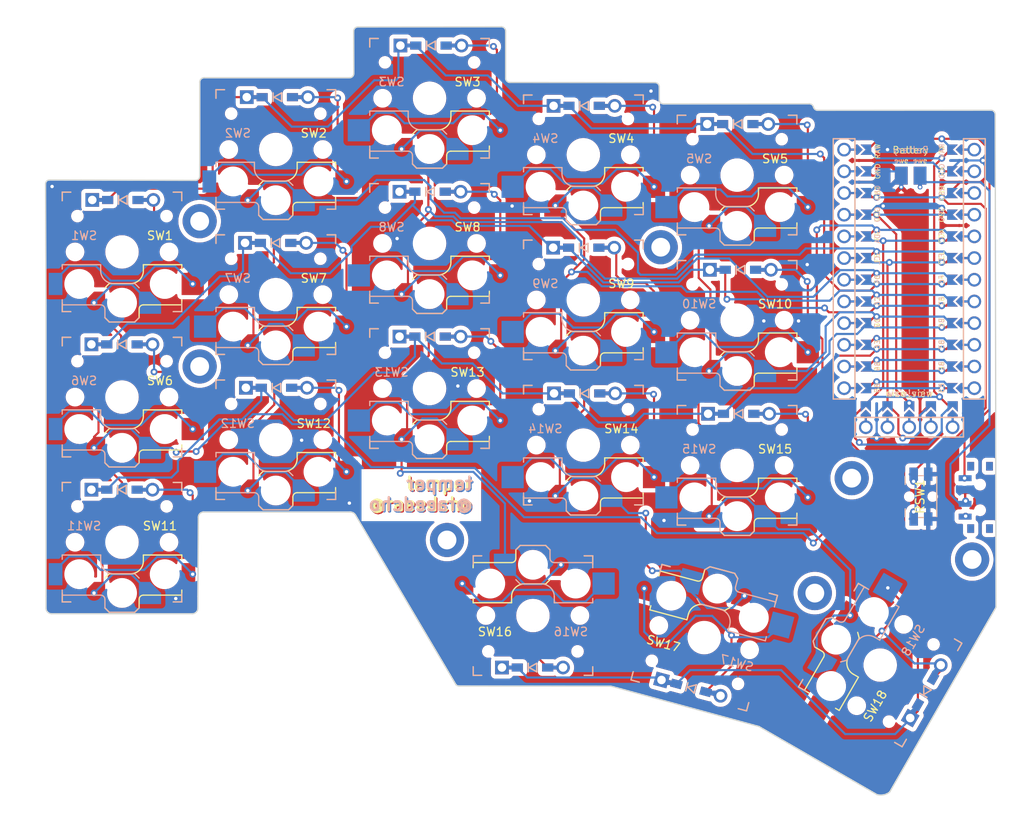
<source format=kicad_pcb>
(kicad_pcb (version 20221018) (generator pcbnew)
  (title_block (title "temper") (date "2023-07-14") (rev "1.0") (company "raeedcho"))
  (layers (0 "F.Cu" signal) (31 "B.Cu" signal) (34 "B.Paste" user) (35 "F.Paste" user) (36 "B.SilkS" user "B.Silkscreen") (37 "F.SilkS" user "F.Silkscreen") (38 "B.Mask" user) (39 "F.Mask" user) (44 "Edge.Cuts" user))
  (net 0 "")
  (net 1 "row0")
  (net 2 "row1")
  (net 3 "row2")
  (net 4 "row3")
  (net 5 "GND")
  (net 6 "VCC")
  (net 7 "col0")
  (net 8 "col1")
  (net 9 "col2")
  (net 10 "col3")
  (net 11 "col4")
  (net 12 "Net-(BT1-+)")
  (net 13 "Net-(D1-A)")
  (net 14 "reset")
  (net 15 "Net-(D2-A)")
  (net 16 "Net-(D3-A)")
  (net 17 "Net-(D4-A)")
  (net 18 "Net-(D5-A)")
  (net 19 "Net-(D6-A)")
  (net 20 "Net-(D7-A)")
  (net 21 "Net-(D8-A)")
  (net 22 "Net-(D9-A)")
  (net 23 "Net-(D10-A)")
  (net 24 "Net-(D11-A)")
  (net 25 "Net-(D12-A)")
  (net 26 "Net-(D13-A)")
  (net 27 "Net-(D14-A)")
  (net 28 "Net-(D15-A)")
  (net 29 "Net-(D16-A)")
  (net 30 "Net-(D17-A)")
  (net 31 "Net-(D18-A)")
  (net 32 "MOSI")
  (net 33 "SCK")
  (net 34 "unconnected-(PWR_SW1-A-Pad1)")
  (net 35 "vbat")
  (net 36 "CS")
  (net 37 "unconnected-(U1-D8{slash}P1.04-Pad11)")
  (net 38 "unconnected-(U1-D9{slash}P1.06-Pad12)")
  (net 39 "unconnected-(U1-D10{slash}P0.09-Pad13)")
  (net 40 "unconnected-(U1-D16{slash}P0.10-Pad14)")
  (net 41 "unconnected-(U1-D14{slash}P1.11-Pad15)")
  (net 42 "unconnected-(U1-D0{slash}P0.08-Pad2)")
  (footprint "dumta:D_SMD_TH" (layer "F.Cu") (at 86.0044 64.3128)
    (fp_text reference "D1" hide)
    (fp_text value "D" hide)
  )
  (footprint "dumta:D_SMD_TH" (layer "F.Cu") (at 104.0892 52.2732)
    (fp_text reference "D2" hide)
    (fp_text value "D" hide)
  )
  (footprint "dumta:D_SMD_TH" (layer "F.Cu") (at 122.0724 46.228)
    (fp_text reference "D3" hide)
    (fp_text value "D" hide)
  )
  (footprint "dumta:D_SMD_TH" (layer "F.Cu") (at 140.0048 53.2892)
    (fp_text reference "D4" hide)
    (fp_text value "D" hide)
  )
  (footprint "dumta:D_SMD_TH" (layer "F.Cu") (at 157.988 55.4228)
    (fp_text reference "D5" hide)
    (fp_text value "D" hide)
  )
  (footprint "dumta:D_SMD_TH" (layer "F.Cu") (at 85.9028 81.2292)
    (fp_text reference "D6" hide)
    (fp_text value "D" hide)
  )
  (footprint "dumta:D_SMD_TH" (layer "F.Cu") (at 103.886 69.342)
    (fp_text reference "D7" hide)
    (fp_text value "D" hide)
  )
  (footprint "dumta:D_SMD_TH" (layer "F.Cu") (at 121.9708 63.3476)
    (fp_text reference "D8" hide)
    (fp_text value "D" hide)
  )
  (footprint "dumta:D_SMD_TH" (layer "F.Cu") (at 139.954 69.9008)
    (fp_text reference "D9" hide)
    (fp_text value "D" hide)
  )
  (footprint "dumta:D_SMD_TH" (layer "F.Cu") (at 158.2928 72.4916)
    (fp_text reference "D10" hide)
    (fp_text value "D" hide)
  )
  (footprint "dumta:D_SMD_TH" (layer "F.Cu") (at 85.9028 98.2472)
    (fp_text reference "D11" hide)
    (fp_text value "D" hide)
  )
  (footprint "dumta:D_SMD_TH" (layer "F.Cu") (at 103.9876 86.3092)
    (fp_text reference "D12" hide)
    (fp_text value "D" hide)
  )
  (footprint "dumta:D_SMD_TH" (layer "F.Cu") (at 121.9708 80.3148)
    (fp_text reference "D13" hide)
    (fp_text value "D" hide)
  )
  (footprint "dumta:D_SMD_TH" (layer "F.Cu") (at 140.0556 86.9696)
    (fp_text reference "D14" hide)
    (fp_text value "D" hide)
  )
  (footprint "dumta:D_SMD_TH" (layer "F.Cu") (at 158.0896 89.3572)
    (fp_text reference "D15" hide)
    (fp_text value "D" hide)
  )
  (footprint "dumta:D_SMD_TH" (layer "F.Cu") (at 133.9596 119.0752)
    (fp_text reference "D16" hide)
    (fp_text value "D" hide)
  )
  (footprint "dumta:D_SMD_TH" (layer "F.Cu") (at 152.514282 121.460596 -15)
    (fp_text reference "D17" hide)
    (fp_text value "D" hide)
  )
  (footprint "dumta:D_SMD_TH" (layer "F.Cu") (at 179.958166 121.895435 60)
    (fp_text reference "D18" hide)
    (fp_text value "D" hide)
  )
  (footprint "dumta:Kailh_socket_PG1350_reversible" (layer "F.Cu") (at 85.91 70.4)
    (fp_text reference "SW1")
    (fp_text value "SW_PUSH")
  )
  (footprint "dumta:Kailh_socket_PG1350_reversible" (layer "F.Cu") (at 103.91 58.4)
    (fp_text reference "SW2")
    (fp_text value "SW_PUSH")
  )
  (footprint "dumta:Kailh_socket_PG1350_reversible" (layer "F.Cu") (at 121.91 52.4)
    (fp_text reference "SW3")
    (fp_text value "SW_PUSH")
  )
  (footprint "dumta:Kailh_socket_PG1350_reversible" (layer "F.Cu") (at 139.91 59.02)
    (fp_text reference "SW4")
    (fp_text value "SW_PUSH")
  )
  (footprint "dumta:Kailh_socket_PG1350_reversible" (layer "F.Cu") (at 157.91 61.4)
    (fp_text reference "SW5")
    (fp_text value "SW_PUSH")
  )
  (footprint "dumta:Kailh_socket_PG1350_reversible" (layer "F.Cu") (at 85.91 87.4)
    (fp_text reference "SW6")
    (fp_text value "SW_PUSH")
  )
  (footprint "dumta:Kailh_socket_PG1350_reversible" (layer "F.Cu") (at 103.91 75.4)
    (fp_text reference "SW7")
    (fp_text value "SW_PUSH")
  )
  (footprint "dumta:Kailh_socket_PG1350_reversible" (layer "F.Cu") (at 121.91 69.4)
    (fp_text reference "SW8")
    (fp_text value "SW_PUSH")
  )
  (footprint "dumta:Kailh_socket_PG1350_reversible" (layer "F.Cu") (at 139.91 76.02)
    (fp_text reference "SW9")
    (fp_text value "SW_PUSH")
  )
  (footprint "dumta:Kailh_socket_PG1350_reversible" (layer "F.Cu") (at 157.91 78.4)
    (fp_text reference "SW10")
    (fp_text value "SW_PUSH")
  )
  (footprint "dumta:Kailh_socket_PG1350_reversible" (layer "F.Cu") (at 85.91 104.4)
    (fp_text reference "SW11")
    (fp_text value "SW_PUSH")
  )
  (footprint "dumta:Kailh_socket_PG1350_reversible" (layer "F.Cu") (at 103.91 92.4)
    (fp_text reference "SW12")
    (fp_text value "SW_PUSH")
  )
  (footprint "dumta:Kailh_socket_PG1350_reversible" (layer "F.Cu") (at 121.91 86.4)
    (fp_text reference "SW13")
    (fp_text value "SW_PUSH")
  )
  (footprint "dumta:Kailh_socket_PG1350_reversible" (layer "F.Cu") (at 139.91 93.025)
    (fp_text reference "SW14")
    (fp_text value "SW_PUSH")
  )
  (footprint "dumta:Kailh_socket_PG1350_reversible" (layer "F.Cu") (at 157.91 95.4)
    (fp_text reference "SW15")
    (fp_text value "SW_PUSH")
  )
  (footprint "dumta:Kailh_socket_PG1350_reversible" (layer "F.Cu") (at 134.01 112.99 180)
    (fp_text reference "SW16")
    (fp_text value "SW_PUSH")
  )
  (footprint "dumta:Kailh_socket_PG1350_reversible" (layer "F.Cu") (at 154.06 115.58 165)
    (fp_text reference "SW17")
    (fp_text value "SW_PUSH")
  )
  (footprint "dumta:Kailh_socket_PG1350_reversible" (layer "F.Cu") (at 174.66 118.79 -120)
    (fp_text reference "SW18")
    (fp_text value "SW_PUSH")
  )
  (footprint "kbd:LEGO_HOLE" (layer "F.Cu") (at 171.323 96.901)
    (fp_text reference "h2" hide)
    (fp_text value "h2")
  )
  (footprint "kbd:LEGO_HOLE" (layer "F.Cu") (at 185.42 106.426)
    (fp_text reference "H1" hide)
    (fp_text value "h1")
  )
  (footprint "kbd:LEGO_HOLE" (layer "F.Cu") (at 95 66.802)
    (fp_text reference "h6" hide)
    (fp_text value "h6")
  )
  (footprint "kbd:LEGO_HOLE" (layer "F.Cu") (at 148.971 69.85)
    (fp_text reference "h7" hide)
    (fp_text value "h7")
  )
  (footprint "kbd:LEGO_HOLE" (layer "F.Cu") (at 123.952 104.14)
    (fp_text reference "h4" hide)
    (fp_text value "h4")
  )
  (footprint "kbd:LEGO_HOLE" (layer "F.Cu") (at 167.005 110.363)
    (fp_text reference "h3" hide)
    (fp_text value "h3")
  )
  (footprint "kbd:LEGO_HOLE" (layer "F.Cu") (at 95 83.82)
    (fp_text reference "h5" hide)
    (fp_text value "h5")
  )
  (footprint "dumta:power_switch_padreverse" (layer "F.Cu") (at 186.352 99.154 90)
    (fp_text reference "PWR_SW1" hide)
    (fp_text value "SW_SPDT")
  )
  (footprint "dumta:ProMicro_jumpers" (layer "F.Cu") (at 178.054 72.39)
    (fp_text reference "U1" hide)
    (fp_text value "nice_nano")
  )
  (footprint "dumta:Panasonic_EVQPUL_EVQPUC_reversible" (layer "F.Cu") (at 179.429 99.06 90)
    (fp_text reference "RSW1")
    (fp_text value "SW_PUSH")
  )
  (footprint "dumta:nice_view_jumpers" (layer "F.Cu") (at 178.054 90.932)
    (fp_text reference "J2" hide)
    (fp_text value "nice_view")
  )
  (footprint "dumta:Battery_pads_reversible" (layer "F.Cu") (at 178.224 61.468 180)
    (fp_text reference "BT1" hide)
    (fp_text value "Battery_Cell")
  )
  (gr_line (start 187.62 53.805) (end 167.3304 53.81502) (stroke (width 0.15)) (layer "Edge.Cuts"))
  (gr_line (start 94.515447 62.020847) (end 77.4192 61.976) (stroke (width 0.15)) (layer "Edge.Cuts"))
  (gr_line (start 175.768 133.6548) (end 188.214 112.014) (stroke (width 0.15)) (layer "Edge.Cuts"))
  (gr_line (start 160.4772 125.984) (end 174.288668 133.9596) (stroke (width 0.15)) (layer "Edge.Cuts"))
  (gr_line (start 125.3744 121.240811) (end 143.1544 121.2596) (stroke (width 0.15)) (layer "Edge.Cuts"))
  (gr_arc (start 166.360498 53.055) (mid 166.676734 53.167708) (end 166.8504 53.45502) (stroke (width 0.15)) (layer "Edge.Cuts"))
  (gr_arc (start 167.3304 53.81502) (mid 167.0304 53.71502) (end 166.8504 53.45502) (stroke (width 0.15)) (layer "Edge.Cuts"))
  (gr_line (start 166.360498 53.055) (end 149.2932 53.06902) (stroke (width 0.15)) (layer "Edge.Cuts"))
  (gr_arc (start 95.015447 61.520847) (mid 94.869 61.8744) (end 94.515447 62.020847) (stroke (width 0.15)) (layer "Edge.Cuts"))
  (gr_arc (start 95.01712 50.50682) (mid 95.163567 50.153267) (end 95.51712 50.00682) (stroke (width 0.15)) (layer "Edge.Cuts"))
  (gr_line (start 130.31 44.0362) (end 113.53 44.049553) (stroke (width 0.15)) (layer "Edge.Cuts"))
  (gr_line (start 130.81 50.0534) (end 130.81 44.5362) (stroke (width 0.15)) (layer "Edge.Cuts"))
  (gr_line (start 148.2932 50.56902) (end 131.31 50.5534) (stroke (width 0.15)) (layer "Edge.Cuts"))
  (gr_line (start 148.7932 52.56902) (end 148.7932 51.06902) (stroke (width 0.15)) (layer "Edge.Cuts"))
  (gr_line (start 95.01712 50.50682) (end 95.015447 61.520847) (stroke (width 0.15)) (layer "Edge.Cuts"))
  (gr_line (start 112.54712 50.00682) (end 95.51712 50.00682) (stroke (width 0.15)) (layer "Edge.Cuts"))
  (gr_line (start 113.03 44.549553) (end 113.04712 49.50682) (stroke (width 0.15)) (layer "Edge.Cuts"))
  (gr_arc (start 113.04712 49.50682) (mid 112.900673 49.860373) (end 112.54712 50.00682) (stroke (width 0.15)) (layer "Edge.Cuts"))
  (gr_arc (start 113.03 44.549553) (mid 113.176447 44.196) (end 113.53 44.049553) (stroke (width 0.15)) (layer "Edge.Cuts"))
  (gr_arc (start 130.31 44.0362) (mid 130.663553 44.182647) (end 130.81 44.5362) (stroke (width 0.15)) (layer "Edge.Cuts"))
  (gr_arc (start 131.31 50.5534) (mid 130.956447 50.406953) (end 130.81 50.0534) (stroke (width 0.15)) (layer "Edge.Cuts"))
  (gr_arc (start 148.2932 50.56902) (mid 148.646753 50.715467) (end 148.7932 51.06902) (stroke (width 0.15)) (layer "Edge.Cuts"))
  (gr_arc (start 149.2932 53.06902) (mid 148.939647 52.922573) (end 148.7932 52.56902) (stroke (width 0.15)) (layer "Edge.Cuts"))
  (gr_arc (start 187.62 53.805) (mid 187.973553 53.951447) (end 188.12 54.305) (stroke (width 0.15)) (layer "Edge.Cuts"))
  (gr_line (start 95.4532 100.862652) (end 112.6236 100.862652) (stroke (width 0.15)) (layer "Edge.Cuts"))
  (gr_line (start 94.7928 110.744) (end 94.8436 101.472252) (stroke (width 0.15)) (layer "Edge.Cuts"))
  (gr_arc (start 112.6236 100.862652) (mid 113.02279 100.980057) (end 113.294857 101.294883) (stroke (width 0.15)) (layer "Edge.Cuts"))
  (gr_arc (start 125.3744 121.240811) (mid 125.184464 121.206306) (end 125.0188 121.1072) (stroke (width 0.15)) (layer "Edge.Cuts"))
  (gr_arc (start 175.768 133.6548) (mid 175.064863 133.984494) (end 174.288668 133.959599) (stroke (width 0.15)) (layer "Edge.Cuts"))
  (gr_line (start 77.0128 93.7768) (end 77.0128 110.744) (stroke (width 0.15)) (layer "Edge.Cuts"))
  (gr_line (start 76.962 62.4332) (end 77.0128 76.708) (stroke (width 0.15)) (layer "Edge.Cuts"))
  (gr_line (start 188.12 54.305) (end 188.214 112.014) (stroke (width 0.15)) (layer "Edge.Cuts"))
  (gr_line (start 94.7928 112.1156) (end 94.7928 110.744) (stroke (width 0.15)) (layer "Edge.Cuts"))
  (gr_arc (start 94.8436 101.472252) (mid 95.022148 101.0412) (end 95.4532 100.862652) (stroke (width 0.15)) (layer "Edge.Cuts"))
  (gr_arc (start 94.7928 112.1156) (mid 94.599373 112.582573) (end 94.1324 112.776) (stroke (width 0.15)) (layer "Edge.Cuts"))
  (gr_line (start 77.0128 112.1156) (end 77.0128 110.744) (stroke (width 0.15)) (layer "Edge.Cuts"))
  (gr_line (start 77.0128 76.708) (end 77.0128 93.7768) (stroke (width 0.15)) (layer "Edge.Cuts"))
  (gr_line (start 113.294857 101.294883) (end 125.0188 121.1072) (stroke (width 0.15)) (layer "Edge.Cuts"))
  (gr_arc (start 76.962 62.4332) (mid 77.095911 62.109911) (end 77.4192 61.976) (stroke (width 0.15)) (layer "Edge.Cuts"))
  (gr_line (start 77.6732 112.776) (end 94.1324 112.776) (stroke (width 0.15)) (layer "Edge.Cuts"))
  (gr_line (start 143.1544 121.2596) (end 160.4772 125.984) (stroke (width 0.15)) (layer "Edge.Cuts"))
  (gr_arc (start 77.6732 112.776) (mid 77.206227 112.582573) (end 77.0128 112.1156) (stroke (width 0.15)) (layer "Edge.Cuts"))
  (gr_text "temper\n@raeedcho" (at 127.24 98.89) (layer "F.Cu") (effects (font (size 1.5 1.5) (thickness 0.3)) (justify right)))
  (gr_text "temper\n@raeedcho" (at 127.25 98.89) (layer "B.Cu") (effects (font (size 1.5 1.5) (thickness 0.3)) (justify left mirror)))
  (gr_text "temper\n@raeedcho" (at 127.13 98.75) (layer "B.SilkS") (effects (font (size 1.5 1.5) (thickness 0.3)) (justify left mirror)))
  (gr_text "temper\n@raeedcho" (at 127.12 98.75) (layer "F.SilkS") (effects (font (size 1.5 1.5) (thickness 0.3)) (justify right)))
  (segment (start 96.52 53.6448) (end 97.8916 52.2732) (width 0.25) (layer "F.Cu") (net 1))
  (segment (start 118.2624 46.228) (end 120.2974 46.228) (width 0.25) (layer "F.Cu") (net 1))
  (segment (start 154.178 55.4228) (end 156.213 55.4228) (width 0.25) (layer "F.Cu") (net 1))
  (segment (start 138.2298 53.2892) (end 136.1948 53.2892) (width 0.25) (layer "F.Cu") (net 1))
  (segment (start 85.5502 62.992) (end 84.2294 64.3128) (width 0.25) (layer "F.Cu") (net 1))
  (segment (start 168.0972 73.1012) (end 169.926 74.93) (width 0.25) (layer "F.Cu") (net 1))
  (segment (start 168.0972 59.3852) (end 168.0972 73.1012) (width 0.25) (layer "F.Cu") (net 1))
  (segment (start 169.926 74.93) (end 173.482 74.93) (width 0.25) (layer "F.Cu") (net 1))
  (segment (start 102.3142 52.2732) (end 100.2792 52.2732) (width 0.25) (layer "F.Cu") (net 1))
  (segment (start 96.52 53.6448) (end 96.52 61.849) (width 0.25) (layer "F.Cu") (net 1))
  (segment (start 95.377 62.992) (end 85.5502 62.992) (width 0.25) (layer "F.Cu") (net 1))
  (segment (start 97.8916 52.2732) (end 100.2792 52.2732) (width 0.25) (layer "F.Cu") (net 1))
  (segment (start 173.482 74.93) (end 174.244 74.168) (width 0.25) (layer "F.Cu") (net 1))
  (segment (start 182.372 74.168) (end 182.88 73.66) (width 0.25) (layer "F.Cu") (net 1))
  (segment (start 181.864 74.168) (end 182.372 74.168) (width 0.25) (layer "F.Cu") (net 1))
  (segment (start 96.52 61.849) (end 95.377 62.992) (width 0.25) (layer "F.Cu") (net 1))
  (segment (start 84.2294 64.3128) (end 82.1944 64.3128) (width 0.25) (layer "F.Cu") (net 1))
  (segment (start 167.64 58.928) (end 168.0972 59.3852) (width 0.25) (layer "F.Cu") (net 1))
  (via (at 167.64 58.928) (size 0.8) (drill 0.4) (layers "F.Cu" "B.Cu") (net 1))
  (via (at 174.244 74.168) (size 0.8) (drill 0.4) (layers "F.Cu" "B.Cu") (net 1))
  (via (at 181.864 74.168) (size 0.8) (drill 0.4) (layers "F.Cu" "B.Cu") (net 1))
  (segment (start 102.3142 52.2732) (end 100.2792 52.2732) (width 0.25) (layer "B.Cu") (net 1))
  (segment (start 123.8026 49.7332) (end 120.2974 46.228) (width 0.25) (layer "B.Cu") (net 1))
  (segment (start 110.0074 55.7276) (end 105.7686 55.7276) (width 0.25) (layer "B.Cu") (net 1))
  (segment (start 105.7686 55.7276) (end 102.3142 52.2732) (width 0.25) (layer "B.Cu") (net 1))
  (segment (start 140.8714 55.9308) (end 138.2298 53.2892) (width 0.25) (layer "B.Cu") (net 1))
  (segment (start 128.7272 49.7332) (end 123.8026 49.7332) (width 0.25) (layer "B.Cu") (net 1))
  (segment (start 156.213 55.4228) (end 153.2295 55.4228) (width 0.25) (layer "B.Cu") (net 1))
  (segment (start 120.2974 46.228) (end 118.2624 46.228) (width 0.25) (layer "B.Cu") (net 1))
  (segment (start 138.2298 53.2892) (end 132.2832 53.2892) (width 0.25) (layer "B.Cu") (net 1))
  (segment (start 159.7182 58.928) (end 156.213 55.4228) (width 0.25) (layer "B.Cu") (net 1))
  (segment (start 84.2294 64.3128) (end 82.1944 64.3128) (width 0.25) (layer "B.Cu") (net 1))
  (segment (start 118.2624 50.0126) (end 117.983 50.292) (width 0.25) (layer "B.Cu") (net 1))
  (segment (start 167.64 58.928) (end 159.7182 58.928) (width 0.25) (layer "B.Cu") (net 1))
  (segment (start 118.2624 46.228) (end 118.2624 50.0126) (width 0.25) (layer "B.Cu") (net 1))
  (segment (start 153.2295 55.4228) (end 152.7215 55.9308) (width 0.25) (layer "B.Cu") (net 1))
  (segment (start 174.244 74.168) (end 173.736 74.168) (width 0.25) (layer "B.Cu") (net 1))
  (segment (start 115.443 50.292) (end 110.0074 55.7276) (width 0.25) (layer "B.Cu") (net 1))
  (segment (start 181.864 74.168) (end 174.244 74.168) (width 0.25) (layer "B.Cu") (net 1))
  (segment (start 132.2832 53.2892) (end 128.7272 49.7332) (width 0.25) (layer "B.Cu") (net 1))
  (segment (start 152.7215 55.9308) (end 140.8714 55.9308) (width 0.25) (layer "B.Cu") (net 1))
  (segment (start 173.736 74.168) (end 173.228 73.66) (width 0.25) (layer "B.Cu") (net 1))
  (segment (start 117.983 50.292) (end 115.443 50.292) (width 0.25) (layer "B.Cu") (net 1))
  (segment (start 138.179 69.9008) (end 136.144 69.9008) (width 0.25) (layer "F.Cu") (net 2))
  (segment (start 168.148 76.962) (end 168.656 77.47) (width 0.25) (layer "F.Cu") (net 2))
  (segment (start 102.111 69.342) (end 100.076 69.342) (width 0.25) (layer "F.Cu") (net 2))
  (segment (start 120.1958 63.3476) (end 118.1608 63.3476) (width 0.25) (layer "F.Cu") (net 2))
  (segment (start 181.864 76.708) (end 182.372 76.708) (width 0.25) (layer "F.Cu") (net 2))
  (segment (start 182.372 76.708) (end 182.88 76.2) (width 0.25) (layer "F.Cu") (net 2))
  (segment (start 173.482 77.47) (end 174.244 76.708) (width 0.25) (layer "F.Cu") (net 2))
  (segment (start 168.656 77.47) (end 173.482 77.47) (width 0.25) (layer "F.Cu") (net 2))
  (segment (start 84.1278 81.2292) (end 82.0928 81.2292) (width 0.25) (layer "F.Cu") (net 2))
  (segment (start 156.5178 75.7458) (end 156.718 75.946) (width 0.25) (layer "F.Cu") (net 2))
  (segment (start 156.5178 72.4916) (end 154.4828 72.4916) (width 0.25) (layer "F.Cu") (net 2))
  (segment (start 156.5178 72.4916) (end 156.5178 75.7458) (width 0.25) (layer "F.Cu") (net 2))
  (via (at 156.718 75.946) (size 0.8) (drill 0.4) (layers "F.Cu" "B.Cu") (net 2))
  (via (at 174.244 76.708) (size 0.8) (drill 0.4) (layers "F.Cu" "B.Cu") (net 2))
  (via (at 181.864 76.708) (size 0.8) (drill 0.4) (layers "F.Cu" "B.Cu") (net 2))
  (via (at 168.148 76.962) (size 0.8) (drill 0.4) (layers "F.Cu" "B.Cu") (net 2))
  (segment (start 138.179 69.9008) (end 136.144 69.9008) (width 0.25) (layer "B.Cu") (net 2))
  (segment (start 115.062 67.4624) (end 112.776 69.7484) (width 0.25) (layer "B.Cu") (net 2))
  (segment (start 174.244 76.708) (end 173.736 76.708) (width 0.25) (layer "B.Cu") (net 2))
  (segment (start 120.1958 63.3476) (end 120.1958 64.6146) (width 0.25) (layer "B.Cu") (net 2))
  (segment (start 181.864 76.708) (end 174.244 76.708) (width 0.25) (layer "B.Cu") (net 2))
  (segment (start 86.5662 78.7908) (end 91.8464 78.7908) (width 0.25) (layer "B.Cu") (net 2))
  (segment (start 100.076 72.644) (end 100.076 69.342) (width 0.25) (layer "B.Cu") (net 2))
  (segment (start 156.718 75.946) (end 160.47343 75.946) (width 0.25) (layer "B.Cu") (net 2))
  (segment (start 102.111 69.342) (end 100.076 69.342) (width 0.25) (layer "B.Cu") (net 2))
  (segment (start 121.7168 66.7004) (end 119.9134 64.897) (width 0.25) (layer "B.Cu") (net 2))
  (segment (start 97.3836 73.2536) (end 99.4664 73.2536) (width 0.25) (layer "B.Cu") (net 2))
  (segment (start 112.776 69.7484) (end 112.776 70.358) (width 0.25) (layer "B.Cu") (net 2))
  (segment (start 154.4828 72.4916) (end 152.5524 72.4916) (width 0.25) (layer "B.Cu") (net 2))
  (segment (start 110.236 72.898) (end 105.667 72.898) (width 0.25) (layer "B.Cu") (net 2))
  (segment (start 133.59632 67.35312) (end 125.16352 67.35312) (width 0.25) (layer "B.Cu") (net 2))
  (segment (start 84.1278 81.2292) (end 86.5662 78.7908) (width 0.25) (layer "B.Cu") (net 2))
  (segment (start 161.48943 76.962) (end 168.148 76.962) (width 0.25) (layer "B.Cu") (net 2))
  (segment (start 136.144 69.9008) (end 133.59632 67.35312) (width 0.25) (layer "B.Cu") (net 2))
  (segment (start 119.9134 64.897) (end 117.348 67.4624) (width 0.25) (layer "B.Cu") (net 2))
  (segment (start 151.07152 73.97248) (end 142.25068 73.97248) (width 0.25) (layer "B.Cu") (net 2))
  (segment (start 112.776 70.358) (end 110.236 72.898) (width 0.25) (layer "B.Cu") (net 2))
  (segment (start 120.1958 64.6146) (end 119.9134 64.897) (width 0.25) (layer "B.Cu") (net 2))
  (segment (start 105.667 72.898) (end 102.111 69.342) (width 0.25) (layer "B.Cu") (net 2))
  (segment (start 99.4664 73.2536) (end 100.076 72.644) (width 0.25) (layer "B.Cu") (net 2))
  (segment (start 91.8464 78.7908) (end 97.3836 73.2536) (width 0.25) (layer "B.Cu") (net 2))
  (segment (start 156.5178 72.4916) (end 154.4828 72.4916) (width 0.25) (layer "B.Cu") (net 2))
  (segment (start 125.16352 67.35312) (end 124.5108 66.7004) (width 0.25) (layer "B.Cu") (net 2))
  (segment (start 142.25068 73.97248) (end 138.179 69.9008) (width 0.25) (layer "B.Cu") (net 2))
  (segment (start 160.47343 75.946) (end 161.48943 76.962) (width 0.25) (layer "B.Cu") (net 2))
  (segment (start 120.1958 63.3476) (end 118.1608 63.3476) (width 0.25) (layer "B.Cu") (net 2))
  (segment (start 124.5108 66.7004) (end 121.7168 66.7004) (width 0.25) (layer "B.Cu") (net 2))
  (segment (start 152.5524 72.4916) (end 151.07152 73.97248) (width 0.25) (layer "B.Cu") (net 2))
  (segment (start 84.1278 81.2292) (end 82.0928 81.2292) (width 0.25) (layer "B.Cu") (net 2))
  (segment (start 117.348 67.4624) (end 115.062 67.4624) (width 0.25) (layer "B.Cu") (net 2))
  (segment (start 173.736 76.708) (end 173.228 76.2) (width 0.25) (layer "B.Cu") (net 2))
  (segment (start 156.3146 89.3572) (end 154.2796 89.3572) (width 0.25) (layer "F.Cu") (net 3))
  (segment (start 84.1278 98.2472) (end 82.0928 98.2472) (width 0.25) (layer "F.Cu") (net 3))
  (segment (start 138.2806 86.9696) (end 136.2456 86.9696) (width 0.25) (layer "F.Cu") (net 3))
  (segment (start 181.864 79.248) (end 182.372 79.248) (width 0.25) (layer "F.Cu") (net 3))
  (segment (start 120.1958 80.3148) (end 118.1608 80.3148) (width 0.25) (layer "F.Cu") (net 3))
  (segment (start 182.372 79.248) (end 182.88 78.74) (width 0.25) (layer "F.Cu") (net 3))
  (segment (start 102.2126 86.3092) (end 100.1776 86.3092) (width 0.25) (layer "F.Cu") (net 3))
  (via (at 181.864 79.248) (size 0.8) (drill 0.4) (layers "F.Cu" "B.Cu") (net 3))
  (segment (start 181.864 79.248) (end 174.244 79.248) (width 0.25) (layer "B.Cu") (net 3))
  (segment (start 138.2806 86.9696) (end 136.2456 86.9696) (width 0.25) (layer "B.Cu") (net 3))
  (segment (start 130.4544 86.9696) (end 126.9492 83.4644) (width 0.25) (layer "B.Cu") (net 3))
  (segment (start 156.3146 89.3572) (end 159.3118 86.36) (width 0.25) (layer "B.Cu") (net 3))
  (segment (start 173.736 79.248) (end 173.228 78.74) (width 0.25) (layer "B.Cu") (net 3))
  (segment (start 168.725 80.83) (end 169.545 80.01) (width 0.25) (layer "B.Cu") (net 3))
  (segment (start 123.3454 83.4644) (end 120.1958 80.3148) (width 0.25) (layer "B.Cu") (net 3))
  (segment (start 97.3074 90.0176) (end 92.456 94.869) (width 0.25) (layer "B.Cu") (net 3))
  (segment (start 174.244 79.248) (end 173.736 79.248) (width 0.25) (layer "B.Cu") (net 3))
  (segment (start 145.9992 90.3732) (end 141.6842 90.3732) (width 0.25) (layer "B.Cu") (net 3))
  (segment (start 92.456 96.0628) (end 91.694 96.8248) (width 0.25) (layer "B.Cu") (net 3))
  (segment (start 109.8296 90.1192) (end 106.0226 90.1192) (width 0.25) (layer "B.Cu") (net 3))
  (segment (start 102.2126 87.7794) (end 99.9744 90.0176) (width 0.25) (layer "B.Cu") (net 3))
  (segment (start 99.9744 90.0176) (end 97.3074 90.0176) (width 0.25) (layer "B.Cu") (net 3))
  (segment (start 102.2126 86.3092) (end 102.2126 87.7794) (width 0.25) (layer "B.Cu") (net 3))
  (segment (start 120.1958 80.3148) (end 118.1608 80.3148) (width 0.25) (layer "B.Cu") (net 3))
  (segment (start 141.6842 90.3732) (end 138.2806 86.9696) (width 0.25) (layer "B.Cu") (net 3))
  (segment (start 85.5502 96.8248) (end 84.1278 98.2472) (width 0.25) (layer "B.Cu") (net 3))
  (segment (start 120.1958 82.6486) (end 118.3132 84.5312) (width 0.25) (layer "B.Cu") (net 3))
  (segment (start 169.545 80.01) (end 171.958 80.01) (width 0.25) (layer "B.Cu") (net 3))
  (segment (start 84.1278 98.2472) (end 82.0928 98.2472) (width 0.25) (layer "B.Cu") (net 3))
  (segment (start 91.694 96.8248) (end 85.5502 96.8248) (width 0.25) (layer "B.Cu") (net 3))
  (segment (start 168.725 82.304596) (end 168.725 80.83) (width 0.25) (layer "B.Cu") (net 3))
  (segment (start 115.4176 84.5312) (end 109.8296 90.1192) (width 0.25) (layer "B.Cu") (net 3))
  (segment (start 164.669596 86.36) (end 168.725 82.304596) (width 0.25) (layer "B.Cu") (net 3))
  (segment (start 118.3132 84.5312) (end 115.4176 84.5312) (width 0.25) (layer "B.Cu") (net 3))
  (segment (start 156.3146 89.3572) (end 154.2796 89.3572) (width 0.25) (layer "B.Cu") (net 3))
  (segment (start 136.2456 86.9696) (end 130.4544 86.9696) (width 0.25) (layer "B.Cu") (net 3))
  (segment (start 120.1958 80.3148) (end 120.1958 82.6486) (width 0.25) (layer "B.Cu") (net 3))
  (segment (start 92.456 94.869) (end 92.456 96.0628) (width 0.25) (layer "B.Cu") (net 3))
  (segment (start 147.0152 89.3572) (end 145.9992 90.3732) (width 0.25) (layer "B.Cu") (net 3))
  (segment (start 154.2796 89.3572) (end 147.0152 89.3572) (width 0.25) (layer "B.Cu") (net 3))
  (segment (start 102.2126 86.3092) (end 100.1776 86.3092) (width 0.25) (layer "B.Cu") (net 3))
  (segment (start 126.9492 83.4644) (end 123.3454 83.4644) (width 0.25) (layer "B.Cu") (net 3))
  (segment (start 106.0226 90.1192) (end 102.2126 86.3092) (width 0.25) (layer "B.Cu") (net 3))
  (segment (start 159.3118 86.36) (end 164.669596 86.36) (width 0.25) (layer "B.Cu") (net 3))
  (segment (start 171.958 80.01) (end 173.228 78.74) (width 0.25) (layer "B.Cu") (net 3))
  (segment (start 182.88 81.28) (end 182.372 81.788) (width 0.25) (layer "F.Cu") (net 4))
  (segment (start 168.91 83.312) (end 169.672 82.55) (width 0.25) (layer "F.Cu") (net 4))
  (segment (start 174.498 96.021305) (end 168.91 90.433305) (width 0.25) (layer "F.Cu") (net 4))
  (segment (start 150.799764 121.001192) (end 149.360802 121.001192) (width 0.25) (layer "F.Cu") (net 4))
  (segment (start 174.498 100.712396) (end 174.498 96.021305) (width 0.25) (layer "F.Cu") (net 4))
  (segment (start 179.070666 124.177492) (end 178.053166 125.194992) (width 0.25) (layer "F.Cu") (net 4))
  (segment (start 179.07 105.284396) (end 174.498 100.712396) (width 0.25) (layer "F.Cu") (net 4))
  (segment (start 149.360802 121.001192) (end 148.834105 120.474495) (width 0.25) (layer "F.Cu") (net 4))
  (segment (start 169.672 82.55) (end 173.482 82.55) (width 0.25) (layer "F.Cu") (net 4))
  (segment (start 182.372 81.788) (end 181.864 81.788) (width 0.25) (layer "F.Cu") (net 4))
  (segment (start 168.91 90.433305) (end 168.91 83.312) (width 0.25) (layer "F.Cu") (net 4))
  (segment (start 179.07 123.431964) (end 179.07 105.284396) (width 0.25) (layer "F.Cu") (net 4))
  (segment (start 173.482 82.55) (end 174.244 81.788) (width 0.25) (layer "F.Cu") (net 4))
  (segment (start 179.070666 123.43263) (end 179.070666 124.177492) (width 0.25) (layer "F.Cu") (net 4))
  (segment (start 132.1846 119.0752) (end 130.1496 119.0752) (width 0.25) (layer "F.Cu") (net 4))
  (segment (start 179.070666 123.43263) (end 179.07 123.431964) (width 0.25) (layer "F.Cu") (net 4))
  (via (at 174.244 81.788) (size 0.8) (drill 0.4) (layers "F.Cu" "B.Cu") (net 4))
  (via (at 181.864 81.788) (size 0.8) (drill 0.4) (layers "F.Cu" "B.Cu") (net 4))
  (segment (start 133.353 120.2436) (end 132.1846 119.0752) (width 0.25) (layer "B.Cu") (net 4))
  (segment (start 178.053166 124.45013) (end 179.070666 123.43263) (width 0.25) (layer "B.Cu") (net 4))
  (segment (start 152.420956 119.38) (end 163.068 119.38) (width 0.25) (layer "B.Cu") (net 4))
  (segment (start 176.403 126.873) (end 178.053166 125.222834) (width 0.25) (layer "B.Cu") (net 4))
  (segment (start 150.799764 121.001192) (end 149.360802 121.001192) (width 0.25) (layer "B.Cu") (net 4))
  (segment (start 173.228 81.28) (end 173.736 81.788) (width 0.25) (layer "B.Cu") (net 4))
  (segment (start 174.244 81.788) (end 181.864 81.788) (width 0.25) (layer "B.Cu") (net 4))
  (segment (start 170.561 126.873) (end 176.403 126.873) (width 0.25) (layer "B.Cu") (net 4))
  (segment (start 178.053166 125.194992) (end 178.053166 124.45013) (width 0.25) (layer "B.Cu") (net 4))
  (segment (start 150.799764 121.001192) (end 152.420956 119.38) (width 0.25) (layer "B.Cu") (net 4))
  (segment (start 149.360802 121.001192) (end 148.834105 120.474495) (width 0.25) (layer "B.Cu") (net 4))
  (segment (start 148.834105 120.474495) (end 148.60321 120.2436) (width 0.25) (layer "B.Cu") (net 4))
  (segment (start 148.60321 120.2436) (end 133.353 120.2436) (width 0.25) (layer "B.Cu") (net 4))
  (segment (start 132.1846 119.0752) (end 130.1496 119.0752) (width 0.25) (layer "B.Cu") (net 4))
  (segment (start 173.736 81.788) (end 174.244 81.788) (width 0.25) (layer "B.Cu") (net 4))
  (segment (start 163.068 119.38) (end 170.561 126.873) (width 0.25) (layer "B.Cu") (net 4))
  (segment (start 178.053166 125.222834) (end 178.053166 125.194992) (width 0.25) (layer "B.Cu") (net 4))
  (segment (start 186.436 62.23) (end 186.944 61.722) (width 0.25) (layer "F.Cu") (net 5))
  (segment (start 186.944 59.944) (end 186.69 59.69) (width 0.25) (layer "F.Cu") (net 5))
  (segment (start 173.736 61.468) (end 174.244 61.468) (width 0.25) (layer "F.Cu") (net 5))
  (segment (start 182.753 63.5) (end 184.023 62.23) (width 0.25) (layer "F.Cu") (net 5))
  (segment (start 173.228 60.96) (end 173.736 61.468) (width 0.25) (layer "F.Cu") (net 5))
  (segment (start 179.324 89.402) (end 179.324 91.948) (width 0.25) (layer "F.Cu") (net 5))
  (segment (start 186.944 61.722) (end 186.944 59.944) (width 0.25) (layer "F.Cu") (net 5))
  (segment (start 182.753 66.04) (end 182.626 66.04) (width 0.25) (layer "F.Cu") (net 5))
  (segment (start 180.594 88.132) (end 179.324 89.402) (width 0.25) (layer "F.Cu") (net 5))
  (segment (start 184.023 62.23) (end 186.436 62.23) (width 0.25) (layer "F.Cu") (net 5))
  (segment (start 182.626 66.04) (end 181.864 65.278) (width 0.25) (layer "F.Cu") (net 5))
  (via (at 186.69 59.69) (size 0.8) (drill 0.4) (layers "F.Cu" "B.Cu") (net 5))
  (via (at 133.604 99.568) (size 0.8) (drill 0.4) (layers "F.Cu" "B.Cu") (net 5))
  (via (at 161.036 78.486) (size 0.8) (drill 0.4) (layers "F.Cu" "B.Cu") (net 5))
  (via (at 175.006 65.024) (size 0.8) (drill 0.4) (layers "F.Cu" "B.Cu") (net 5))
  (via (at 166.116 71.882) (size 0.8) (drill 0.4) (layers "F.Cu" "B.Cu") (net 5))
  (via (at 92.202 110.998) (size 0.8) (drill 0.4) (layers "F.Cu" "B.Cu") (net 5))
  (via (at 149.352 101.854) (size 0.8) (drill 0.4) (layers "F.Cu" "B.Cu") (net 5))
  (via (at 112.522 99.822) (size 0.8) (drill 0.4) (layers "F.Cu" "B.Cu") (net 5))
  (via (at 174.244 92.202) (size 0.8) (drill 0.4) (layers "F.Cu" "B.Cu") (net 5))
  (via (at 175.514 58.42) (size 0.8) (drill 0.4) (layers "F.Cu" "B.Cu") (net 5))
  (via (at 106.934 92.456) (size 0.8) (drill 0.4) (layers "F.Cu" "B.Cu") (net 5))
  (via (at 165.1 78.486) (size 0.8) (drill 0.4) (layers "F.Cu" "B.Cu") (net 5))
  (via (at 77.724 62.738) (size 0.8) (drill 0.4) (layers "F.Cu" "B.Cu") (net 5))
  (via (at 118.11 68.834) (size 0.8) (drill 0.4) (layers "F.Cu" "B.Cu") (net 5))
  (via (at 147.828 51.562) (size 0.8) (drill 0.4) (layers "F.Cu" "B.Cu") (net 5))
  (via (at 131.572 65.024) (size 0.8) (drill 0.4) (layers "F.Cu" "B.Cu") (net 5))
  (via (at 181.864 65.278) (size 0.8) (drill 0.4) (layers "F.Cu" "B.Cu") (net 5))
  (via (at 125.222 86.106) (size 0.8) (drill 0.4) (layers "F.Cu" "B.Cu") (net 5))
  (segment (start 176.616 60.96) (end 175.514 60.96) (width 0.25) (layer "B.Cu") (net 5))
  (segment (start 174.244 89.402) (end 174.244 92.202) (width 0.25) (layer "B.Cu") (net 5))
  (segment (start 184.023 59.69) (end 186.69 59.69) (width 0.25) (layer "B.Cu") (net 5))
  (segment (start 173.355 63.5) (end 174.117 62.738) (width 0.25) (layer "B.Cu") (net 5))
  (segment (start 173.355 66.04) (end 173.355 65.903695) (width 0.25) (layer "B.Cu") (net 5))
  (segment (start 173.355 65.903695) (end 174.234695 65.024) (width 0.25) (layer "B.Cu") (net 5))
  (segment (start 182.753 60.96) (end 184.023 59.69) (width 0.25) (layer "B.Cu") (net 5))
  (segment (start 174.117 62.738) (end 174.498 62.738) (width 0.25) (layer "B.Cu") (net 5))
  (segment (start 175.514 88.132) (end 174.244 89.402) (width 0.25) (layer "B.Cu") (net 5))
  (segment (start 174.234695 65.024) (end 175.006 65.024) (width 0.25) (layer "B.Cu") (net 5))
  (segment (start 176.53 86.5765) (end 176.53 68.326) (width 0.25) (layer "F.Cu") (net 6))
  (segment (start 173.228 66.04) (end 174.244 66.04) (width 0.25) (layer "F.Cu") (net 6))
  (segment (start 176.53 68.326) (end 174.244 66.04) (width 0.25) (layer "F.Cu") (net 6))
  (segment (start 178.054 88.1005) (end 176.53 86.5765) (width 0.25) (layer "F.Cu") (net 6))
  (via (at 174.244 66.04) (size 0.8) (drill 0.4) (layers "F.Cu" "B.Cu") (net 6))
  (via (at 178.054 88.1005) (size 0.8) (drill 0.4) (layers "F.Cu" "B.Cu") (net 6))
  (segment (start 174.244 66.04) (end 182.88 66.04) (width 0.25) (layer "B.Cu") (net 6))
  (segment (start 167.894 103.4316) (end 166.83 104.4956) (width 0.25) (layer "F.Cu") (net 7))
  (segment (start 82.635 92.0662) (end 82.635 93.35) (width 0.25) (layer "F.Cu") (net 7))
  (segment (start 92.2528 93.8784) (end 92.3544 93.7768) (width 0.25) (layer "F.Cu") (net 7))
  (segment (start 85.9028 97.3836) (end 85.9028 99.4664) (width 0.25) (layer "F.Cu") (net 7))
  (segment (start 82.635 93.35) (end 82.635 94.1158) (width 0.25) (layer "F.Cu") (net 7))
  (segment (start 85.8012 80.2132) (end 85.8012 83.1088) (width 0.25) (layer "F.Cu") (net 7))
  (segment (start 85.8012 83.1088) (end 83.1596 85.7504) (width 0.25) (layer "F.Cu") (net 7))
  (segment (start 167.894 80.609) (end 167.894 103.4316) (width 0.25) (layer "F.Cu") (net 7))
  (segment (start 85.9028 99.4664) (end 83.6168 101.7524) (width 0.25) (layer "F.Cu") (net 7))
  (segment (start 82.635 76.35) (end 82.635 77.047) (width 0.25) (layer "F.Cu") (net 7))
  (segment (start 83.1596 85.7504) (end 83.1596 91.5416) (width 0.25) (layer "F.Cu") (net 7))
  (segment (start 83.1596 91.5416) (end 82.635 92.0662) (width 0.25) (layer "F.Cu") (net 7))
  (segment (start 82.635 94.1158) (end 85.9028 97.3836) (width 0.25) (layer "F.Cu") (net 7))
  (segment (start 83.6168 109.3682) (end 82.635 110.35) (width 0.25) (layer "F.Cu") (net 7))
  (segment (start 83.6168 101.7524) (end 83.6168 109.3682) (width 0.25) (layer "F.Cu") (net 7))
  (segment (start 82.635 77.047) (end 85.8012 80.2132) (width 0.25) (layer "F.Cu") (net 7))
  (segment (start 167.2336 79.9486) (end 167.894 80.609) (width 0.25) (layer "F.Cu") (net 7))
  (segment (start 174.244 67.818) (end 173.99 67.818) (width 0.25) (layer "F.Cu") (net 7))
  (segment (start 173.99 67.818) (end 173.228 68.58) (width 0.25) (layer "F.Cu") (net 7))
  (segment (start 167.2336 67.818) (end 167.2336 79.9486) (width 0.25) (layer "F.Cu") (net 7))
  (segment (start 92.3544 93.7768) (end 94.5896 93.7768) (width 0.25) (layer "F.Cu") (net 7))
  (via (at 94.5896 93.7768) (size 0.8) (drill 0.4) (layers "F.Cu" "B.Cu") (net 7))
  (via (at 167.2336 67.818) (size 0.8) (drill 0.4) (layers "F.Cu" "B.Cu") (net 7))
  (via (at 166.83 104.4956) (size 0.8) (drill 0.4) (layers "F.Cu" "B.Cu") (net 7))
  (via (at 82.635 110.35) (size 0.8) (drill 0.4) (layers "F.Cu" "B.Cu") (net 7))
  (via (at 174.244 67.818) (size 0.8) (drill 0.4) (layers "F.Cu" "B.Cu") (net 7))
  (via (at 92.2528 93.8784) (size 0.8) (drill 0.4) (layers "F.Cu" "B.Cu") (net 7))
  (via (at 82.635 93.35) (size 0.8) (drill 0.4) (layers "F.Cu" "B.Cu") (net 7))
  (via (at 82.635 76.35) (size 0.8) (drill 0.4) (layers "F.Cu" "B.Cu") (net 7))
  (segment (start 167.7416 67.31) (end 173.736 67.31) (width 0.25) (layer "B.Cu") (net 7))
  (segment (start 132.973 101.473) (end 127.21 95.71) (width 0.25) (layer "B.Cu") (net 7))
  (segment (start 97.87388 90.46712) (end 94.5896 93.7514) (width 0.25) (layer "B.Cu") (net 7))
  (segment (start 118.780305 95.6095) (end 115.0659 95.6095) (width 0.25) (layer "B.Cu") (net 7))
  (segment (start 89.185 76.35) (end 87.0538 74.2188) (width 0.25) (layer "B.Cu") (net 7))
  (segment (start 100.160598 90.46712) (end 97.87388 90.46712) (width 0.25) (layer "B.Cu") (net 7))
  (segment (start 146.673 101.473) (end 132.973 101.473) (width 0.25) (layer "B.Cu") (net 7))
  (segment (start 166.83 104.4956) (end 165.6744 103.34) (width 0.25) (layer "B.Cu") (net 7))
  (segment (start 148.54 103.34) (end 146.673 101.473) (width 0.25) (layer "B.Cu") (net 7))
  (segment (start 84.8498 91.1352) (end 82.635 93.35) (width 0.25) (layer "B.Cu") (net 7))
  (segment (start 91.7244 93.35) (end 89.185 93.35) (width 0.25) (layer "B.Cu") (net 7))
  (segment (start 110.02512 90.56872) (end 105.836402 90.56872) (width 0.25) (layer "B.Cu") (net 7))
  (segment (start 94.5896 93.7514) (end 94.5896 93.7768) (width 0.25) (layer "B.Cu") (net 7))
  (segment (start 84.8318 108.1532) (end 82.635 110.35) (width 0.25) (layer "B.Cu") (net 7))
  (segment (start 104.675682 89.408) (end 101.219718 89.408) (width 0.25) (layer "B.Cu") (net 7))
  (segment (start 87.0538 74.2188) (end 84.7662 74.2188) (width 0.25) (layer "B.Cu") (net 7))
  (segment (start 115.0659 95.6095) (end 110.02512 90.56872) (width 0.25) (layer "B.Cu") (net 7))
  (segment (start 89.185 110.35) (end 86.9882 108.1532) (width 0.25) (layer "B.Cu") (net 7))
  (segment (start 86.9702 91.1352) (end 84.8498 91.1352) (width 0.25) (layer "B.Cu") (net 7))
  (segment (start 89.185 93.35) (end 86.9702 91.1352) (width 0.25) (layer "B.Cu") (net 7))
  (segment (start 105.836402 90.56872) (end 104.675682 89.408) (width 0.25) (layer "B.Cu") (net 7))
  (segment (start 92.2528 93.8784) (end 91.7244 93.35) (width 0.25) (layer "B.Cu") (net 7))
  (segment (start 86.9882 108.1532) (end 84.8318 108.1532) (width 0.25) (layer "B.Cu") (net 7))
  (segment (start 118.880805 95.71) (end 118.780305 95.6095) (width 0.25) (layer "B.Cu") (net 7))
  (segment (start 173.736 67.31) (end 174.244 67.818) (width 0.25) (layer "B.Cu") (net 7))
  (segment (start 167.2336 67.818) (end 167.7416 67.31) (width 0.25) (layer "B.Cu") (net 7))
  (segment (start 127.21 95.71) (end 118.880805 95.71) (width 0.25) (layer "B.Cu") (net 7))
  (segment (start 84.7662 74.2188) (end 82.635 76.35) (width 0.25) (layer "B.Cu") (net 7))
  (segment (start 174.244 67.818) (end 182.118 67.818) (width 0.25) (layer "B.Cu") (net 7))
  (segment (start 101.219718 89.408) (end 100.160598 90.46712) (width 0.25) (layer "B.Cu") (net 7))
  (segment (start 165.6744 103.34) (end 148.54 103.34) (width 0.25) (layer "B.Cu") (net 7))
  (segment (start 182.118 67.818) (end 182.88 68.58) (width 0.25) (layer "B.Cu") (net 7))
  (segment (start 101.2952 97.6898) (end 100.635 98.35) (width 0.25) (layer "F.Cu") (net 8))
  (segment (start 101.2952 74.0156) (end 101.2952 80.6898) (width 0.25) (layer "F.Cu") (net 8))
  (segment (start 101.2952 80.6898) (end 100.635 81.35) (width 0.25) (layer "F.Cu") (net 8))
  (segment (start 103.7336 84.4486) (end 103.7336 88.2904) (width 0.25) (layer "F.Cu") (net 8))
  (segment (start 173.99 70.358) (end 173.228 71.12) (width 0.25) (layer "F.Cu") (net 8))
  (segment (start 101.2952 90.7288) (end 101.2952 97.6898) (width 0.25) (layer "F.Cu") (net 8))
  (segment (start 100.635 81.35) (end 103.7336 84.4486) (width 0.25) (layer "F.Cu") (net 8))
  (segment (start 100.635 64.35) (end 103.6828 67.3978) (width 0.25) (layer "F.Cu") (net 8))
  (segment (start 103.7336 88.2904) (end 101.2952 90.7288) (width 0.25) (layer "F.Cu") (net 8))
  (segment (start 174.244 70.358) (end 173.99 70.358) (width 0.25) (layer "F.Cu") (net 8))
  (segment (start 103.6828 71.628) (end 101.2952 74.0156) (width 0.25) (layer "F.Cu") (net 8))
  (segment (start 103.6828 67.3978) (end 103.6828 71.628) (width 0.25) (layer "F.Cu") (net 8))
  (via (at 100.635 64.35) (size 0.8) (drill 0.4) (layers "F.Cu" "B.Cu") (net 8))
  (via (at 174.244 70.358) (size 0.8) (drill 0.4) (layers "F.Cu" "B.Cu") (net 8))
  (via (at 100.635 81.35) (size 0.8) (drill 0.4) (layers "F.Cu" "B.Cu") (net 8))
  (via (at 100.635 98.35) (size 0.8) (drill 0.4) (layers "F.Cu" "B.Cu") (net 8))
  (segment (start 150.699124 73.07344) (end 146.60644 73.07344) (width 0.25) (layer "B.Cu") (net 8))
  (segment (start 125.535916 66.45408) (end 124.883196 65.80136) (width 0.25) (layer "B.Cu") (net 8))
  (segment (start 137.549398 66.45408) (end 125.535916 66.45408) (width 0.25) (layer "B.Cu") (net 8))
  (segment (start 173.881 69.995) (end 174.244 70.358) (width 0.25) (layer "B.Cu") (net 8))
  (segment (start 107.185 81.35) (end 104.6766 78.8416) (width 0.25) (layer "B.Cu") (net 8))
  (segment (start 103.1434 78.8416) (end 100.635 81.35) (width 0.25) (layer "B.Cu") (net 8))
  (segment (start 115.7224 61.976) (end 113.3484 64.35) (width 0.25) (layer "B.Cu") (net 8))
  (segment (start 165.210258 70.722258) (end 165.937516 69.995) (width 0.25) (layer "B.Cu") (net 8))
  (segment (start 153.050306 70.722258) (end 150.699124 73.07344) (width 0.25) (layer "B.Cu") (net 8))
  (segment (start 122.0216 62.738) (end 121.2596 61.976) (width 0.25) (layer "B.Cu") (net 8))
  (segment (start 113.3484 64.35) (end 107.185 64.35) (width 0.25) (layer "B.Cu") (net 8))
  (segment (start 146.304 72.771) (end 146.304 70.485) (width 0.25) (layer "B.Cu") (net 8))
  (segment (start 105.04252 96.20752) (end 102.77748 96.20752) (width 0.25) (layer "B.Cu") (net 8))
  (segment (start 165.210258 70.722258) (end 153.050306 70.722258) (width 0.25) (layer "B.Cu") (net 8))
  (segment (start 102.77748 96.20752) (end 100.635 98.35) (width 0.25) (layer "B.Cu") (net 8))
  (segment (start 165.937516 69.995) (end 173.881 69.995) (width 0.25) (layer "B.Cu") (net 8))
  (segment (start 121.2596 61.976) (end 115.7224 61.976) (width 0.25) (layer "B.Cu") (net 8))
  (segment (start 143.637 67.818) (end 138.913318 67.818) (width 0.25) (layer "B.Cu") (net 8))
  (segment (start 123.61176 65.80136) (end 122.0216 64.2112) (width 0.25) (layer "B.Cu") (net 8))
  (segment (start 182.118 70.358) (end 182.88 71.12) (width 0.25) (layer "B.Cu") (net 8))
  (segment (start 107.185 64.35) (end 105.1158 62.2808) (width 0.25) (layer "B.Cu") (net 8))
  (segment (start 174.244 70.358) (end 182.118 70.358) (width 0.25) (layer "B.Cu") (net 8))
  (segment (start 146.60644 73.07344) (end 146.304 72.771) (width 0.25) (layer "B.Cu") (net 8))
  (segment (start 105.1158 62.2808) (end 102.7042 62.2808) (width 0.25) (layer "B.Cu") (net 8))
  (segment (start 102.7042 62.2808) (end 100.635 64.35) (width 0.25) (layer "B.Cu") (net 8))
  (segment (start 138.913318 67.818) (end 137.549398 66.45408) (width 0.25) (layer "B.Cu") (net 8))
  (segment (start 124.883196 65.80136) (end 123.61176 65.80136) (width 0.25) (layer "B.Cu") (net 8))
  (segment (start 146.304 70.485) (end 143.637 67.818) (width 0.25) (layer "B.Cu") (net 8))
  (segment (start 104.6766 78.8416) (end 103.1434 78.8416) (width 0.25) (layer "B.Cu") (net 8))
  (segment (start 107.185 98.35) (end 105.04252 96.20752) (width 0.25) (layer "B.Cu") (net 8))
  (segment (start 122.0216 64.2112) (end 122.0216 62.738) (width 0.25) (layer "B.Cu") (net 8))
  (segment (start 119.2784 85.09) (end 119.2784 91.7066) (width 0.25) (layer "F.Cu") (net 9))
  (segment (start 118.635 75.35) (end 121.8184 78.5334) (width 0.25) (layer "F.Cu") (net 9))
  (segment (start 174.244 72.898) (end 173.99 72.898) (width 0.25) (layer "F.Cu") (net 9))
  (segment (start 118.635 96.1795) (end 118.635 92.35) (width 0.25) (layer "F.Cu") (net 9))
  (segment (start 121.7676 65.8368) (end 119.38 68.2244) (width 0.25) (layer "F.Cu") (net 9))
  (segment (start 119.2784 91.7066) (end 118.635 92.35) (width 0.25) (layer "F.Cu") (net 9))
  (segment (start 121.8184 82.55) (end 119.2784 85.09) (width 0.25) (layer "F.Cu") (net 9))
  (segment (start 121.7676 65.4304) (end 121.7676 65.8368) (width 0.25) (layer "F.Cu") (net 9))
  (segment (start 118.48 96.3345) (end 118.635 96.1795) (width 0.25) (layer "F.Cu") (net 9))
  (segment (start 118.635 58.35) (end 121.7676 61.4826) (width 0.25) (layer "F.Cu") (net 9))
  (segment (start 173.99 72.898) (end 173.228 73.66) (width 0.25) (layer "F.Cu") (net 9))
  (segment (start 119.38 68.2244) (end 119.38 74.605) (width 0.25) (layer "F.Cu") (net 9))
  (segment (start 119.38 74.605) (end 118.635 75.35) (width 0.25) (layer "F.Cu") (net 9))
  (segment (start 121.7676 61.4826) (end 121.7676 65.4304) (width 0.25) (layer "F.Cu") (net 9))
  (segment (start 121.8184 78.5334) (end 121.8184 82.55) (width 0.25) (layer "F.Cu") (net 9))
  (via (at 137.285 107.04) (size 0.8) (drill 0.4) (layers "F.Cu" "B.Cu") (net 9))
  (via (at 118.635 58.35) (size 0.8) (drill 0.4) (layers "F.Cu" "B.Cu") (net 9))
  (via (at 174.244 72.898) (size 0.8) (drill 0.4) (layers "F.Cu" "B.Cu") (net 9))
  (via (at 118.635 92.35) (size 0.8) (drill 0.4) (layers "F.Cu" "B.Cu") (net 9))
  (via (at 118.635 75.35) (size 0.8) (drill 0.4) (layers "F.Cu" "B.Cu") (net 9))
  (via (at 118.48 96.3345) (size 0.8) (drill 0.4) (layers "F.Cu" "B.Cu") (net 9))
  (via (at 121.7676 65.4304) (size 0.8) (drill 0.4) (layers "F.Cu" "B.Cu") (net 9))
  (segment (start 120.89148 73.09352) (end 118.635 75.35) (width 0.25) (layer "B.Cu") (net 9))
  (segment (start 122.751 89.916) (end 121.069 89.916) (width 0.25) (layer "B.Cu") (net 9))
  (segment (start 130.735 107.04) (end 133.0166 109.3216) (width 0.25) (layer "B.Cu") (net 9))
  (segment (start 118.48 96.3345) (end 118.65498 96.15952) (width 0.25) (layer "B.Cu") (net 9))
  (segment (start 156.972 71.171778) (end 161.461671 75.661449) (width 0.25) (layer "B.Cu") (net 9))
  (segment (start 139.6492 70.735282) (end 142.436878 73.52296) (width 0.25) (layer "B.Cu") (net 9))
  (segment (start 121.7676 65.4304) (end 122.58808 66.25088) (width 0.25) (layer "B.Cu") (net 9))
  (segment (start 124.696998 66.25088) (end 125.349718 66.9036) (width 0.25) (layer "B.Cu") (net 9))
  (segment (start 123.0198 56.1848) (end 120.8002 56.1848) (width 0.25) (layer "B.Cu") (net 9))
  (segment (start 127.023802 96.15952) (end 130.735 99.870718) (width 0.25) (layer "B.Cu") (net 9))
  (segment (start 137.3632 66.9036) (end 139.6492 69.1896) (width 0.25) (layer "B.Cu") (net 9))
  (segment (start 121.069 89.916) (end 118.635 92.35) (width 0.25) (layer "B.Cu") (net 9))
  (segment (start 142.436878 73.52296) (end 150.885322 73.52296) (width 0.25) (layer "B.Cu") (net 9))
  (segment (start 125.185 75.35) (end 122.92852 73.09352) (width 0.25) (layer "B.Cu") (net 9))
  (segment (start 118.65498 96.15952) (end 127.023802 96.15952) (width 0.25) (layer "B.Cu") (net 9))
  (segment (start 125.185 92.35) (end 122.751 89.916) (width 0.25) (layer "B.Cu") (net 9))
  (segment (start 130.735 99.870718) (end 130.735 107.04) (width 0.25) (layer "B.Cu") (net 9))
  (segment (start 122.58808 66.25088) (end 124.696998 66.25088) (width 0.25) (layer "B.Cu") (net 9))
  (segment (start 173.881 72.535) (end 174.244 72.898) (width 0.25) (layer "B.Cu") (net 9))
  (segment (start 120.8002 56.1848) (end 118.635 58.35) (width 0.25) (layer "B.Cu") (net 9))
  (segment (start 161.461671 75.661449) (end 166.84156 75.661449) (width 0.25) (layer "B.Cu") (net 9))
  (segment (start 125.349718 66.9036) (end 137.3632 66.9036) (width 0.25) (layer "B.Cu") (net 9))
  (segment (start 133.0166 109.3216) (end 135.0034 109.3216) (width 0.25) (layer "B.Cu") (net 9))
  (segment (start 122.92852 73.09352) (end 120.89148 73.09352) (width 0.25) (layer "B.Cu") (net 9))
  (segment (start 182.118 72.898) (end 182.88 73.66) (width 0.25) (layer "B.Cu") (net 9))
  (segment (start 169.968009 72.535) (end 173.881 72.535) (width 0.25) (layer "B.Cu") (net 9))
  (segment (start 174.244 72.898) (end 182.118 72.898) (width 0.25) (layer "B.Cu") (net 9))
  (segment (start 153.236504 71.171778) (end 156.972 71.171778) (width 0.25) (layer "B.Cu") (net 9))
  (segment (start 150.885322 73.52296) (end 153.236504 71.171778) (width 0.25) (layer "B.Cu") (net 9))
  (segment (start 135.0034 109.3216) (end 137.285 107.04) (width 0.25) (layer "B.Cu") (net 9))
  (segment (start 166.84156 75.661449) (end 169.968009 72.535) (width 0.25) (layer "B.Cu") (net 9))
  (segment (start 139.6492 69.1896) (end 139.6492 70.735282) (width 0.25) (layer "B.Cu") (net 9))
  (segment (start 125.185 58.35) (end 123.0198 56.1848) (width 0.25) (layer "B.Cu") (net 9))
  (segment (start 147.2184 106.9848) (end 147.9804 107.7468) (width 0.25) (layer "F.Cu") (net 10))
  (segment (start 137.16 91.694) (end 137.16 98.45) (width 0.25) (layer "F.Cu") (net 10))
  (segment (start 138.5316 72.7456) (end 137.3124 73.9648) (width 0.25) (layer "F.Cu") (net 10))
  (segment (start 174.244 75.438) (end 173.99 75.438) (width 0.25) (layer "F.Cu") (net 10))
  (segment (start 140.0048 88.8492) (end 137.16 91.694) (width 0.25) (layer "F.Cu") (net 10))
  (segment (start 136.635 65.4642) (end 140.0048 68.834) (width 0.25) (layer "F.Cu") (net 10))
  (segment (start 140.0048 68.834) (end 140.0048 71.2724) (width 0.25) (layer "F.Cu") (net 10))
  (segment (start 136.635 81.97) (end 140.0048 85.3398) (width 0.25) (layer "F.Cu") (net 10))
  (segment (start 140.0048 85.3398) (end 140.0048 88.8492) (width 0.25) (layer "F.Cu") (net 10))
  (segment (start 137.3124 73.9648) (end 137.3124 81.2926) (width 0.25) (layer "F.Cu") (net 10))
  (segment (start 140.0048 71.2724) (end 138.5316 72.7456) (width 0.25) (layer "F.Cu") (net 10))
  (segment (start 137.16 98.45) (end 136.635 98.975) (width 0.25) (layer "F.Cu") (net 10))
  (segment (start 137.3124 81.2926) (end 136.635 81.97) (width 0.25) (layer "F.Cu") (net 10))
  (segment (start 136.635 64.97) (end 136.635 65.4642) (width 0.25) (layer "F.Cu") (net 10))
  (segment (start 147.2184 100.9904) (end 147.2184 106.9848) (width 0.25) (layer "F.Cu") (net 10))
  (segment (start 173.99 75.438) (end 173.228 76.2) (width 0.25) (layer "F.Cu") (net 10))
  (via (at 174.244 75.438) (size 0.8) (drill 0.4) (layers "F.Cu" "B.Cu") (net 10))
  (via (at 158.76338 110.680374) (size 0.8) (drill 0.4) (layers "F.Cu" "B.Cu") (net 10))
  (via (at 136.635 98.975) (size 0.8) (drill 0.4) (layers "F.Cu" "B.Cu") (net 10))
  (via (at 136.635 64.97) (size 0.8) (drill 0.4) (layers "F.Cu" "B.Cu") (net 10))
  (via (at 147.9804 107.7468) (size 0.8) (drill 0.4) (layers "F.Cu" "B.Cu") (net 10))
  (via (at 136.635 81.97) (size 0.8) (drill 0.4) (layers "F.Cu" "B.Cu") (net 10))
  (via (at 147.2184 100.9904) (size 0.8) (drill 0.4) (layers "F.Cu" "B.Cu") (net 10))
  (via (at 138.5316 72.7456) (size 0.8) (drill 0.4) (layers "F.Cu" "B.Cu") (net 10))
  (segment (start 152.436566 110.120166) (end 154.432 112.1156) (width 0.25) (layer "B.Cu") (net 10))
  (segment (start 160.234126 75.0703) (end 161.275275 76.111449) (width 0.25) (layer "B.Cu") (net 10))
  (segment (start 151.198257 107.7468) (end 152.436566 108.985109) (width 0.25) (layer "B.Cu") (net 10))
  (segment (start 173.736 74.93) (end 174.244 75.438) (width 0.25) (layer "B.Cu") (net 10))
  (segment (start 143.185 64.97) (end 141.1054 62.8904) (width 0.25) (layer "B.Cu") (net 10))
  (segment (start 152.0323 75.0703) (end 160.234126 75.0703) (width 0.25) (layer "B.Cu") (net 10))
  (segment (start 138.7146 62.8904) (end 136.635 64.97) (width 0.25) (layer "B.Cu") (net 10))
  (segment (start 138.7344 96.8756) (end 136.635 98.975) (width 0.25) (layer "B.Cu") (net 10))
  (segment (start 138.8998 79.7052) (end 136.635 81.97) (width 0.25) (layer "B.Cu") (net 10))
  (segment (start 151.384 74.422) (end 152.0323 75.0703) (width 0.25) (layer "B.Cu") (net 10))
  (segment (start 138.5316 72.7456) (end 140.388082 72.7456) (width 0.25) (layer "B.Cu") (net 10))
  (segment (start 143.185 98.975) (end 144.8956 100.6856) (width 0.25) (layer "B.Cu") (net 10))
  (segment (start 168.744551 76.111449) (end 169.926 74.93) (width 0.25) (layer "B.Cu") (net 10))
  (segment (start 145.2004 100.9904) (end 147.2184 100.9904) (width 0.25) (layer "B.Cu") (net 10))
  (segment (start 152.436566 108.985109) (end 152.436566 110.120166) (width 0.25) (layer "B.Cu") (net 10))
  (segment (start 141.1054 62.8904) (end 138.7146 62.8904) (width 0.25) (layer "B.Cu") (net 10))
  (segment (start 182.118 75.438) (end 182.88 76.2) (width 0.25) (layer "B.Cu") (net 10))
  (segment (start 143.185 81.97) (end 140.9202 79.7052) (width 0.25) (layer "B.Cu") (net 10))
  (segment (start 140.9202 79.7052) (end 138.8998 79.7052) (width 0.25) (layer "B.Cu") (net 10))
  (segment (start 161.275275 76.111449) (end 168.744551 76.111449) (width 0.25) (layer "B.Cu") (net 10))
  (segment (start 140.388082 72.7456) (end 142.064482 74.422) (width 0.25) (layer "B.Cu") (net 10))
  (segment (start 174.244 75.438) (end 182.118 75.438) (width 0.25) (layer "B.Cu") (net 10))
  (segment (start 144.8956 100.6856) (end 145.2004 100.9904) (width 0.25) (layer "B.Cu") (net 10))
  (segment (start 141.0856 96.8756) (end 138.7344 96.8756) (width 0.25) (layer "B.Cu") (net 10))
  (segment (start 143.185 98.975) (end 141.0856 96.8756) (width 0.25) (layer "B.Cu") (net 10))
  (segment (start 142.064482 74.422) (end 151.384 74.422) (width 0.25) (layer "B.Cu") (net 10))
  (segment (start 147.9804 107.7468) (end 151.198257 107.7468) (width 0.25) (layer "B.Cu") (net 10))
  (segment (start 157.328154 112.1156) (end 158.76338 110.680374) (width 0.25) (layer "B.Cu") (net 10))
  (segment (start 154.432 112.1156) (end 157.328154 112.1156) (width 0.25) (layer "B.Cu") (net 10))
  (segment (start 169.926 74.93) (end 173.736 74.93) (width 0.25) (layer "B.Cu") (net 10))
  (segment (start 153.416 68.569) (end 154.635 67.35) (width 0.25) (layer "F.Cu") (net 11))
  (segment (start 154.94 92.0336) (end 154.94 101.045) (width 0.25) (layer "F.Cu") (net 11))
  (segment (start 174.244 77.978) (end 173.99 77.978) (width 0.25) (layer "F.Cu") (net 11))
  (segment (start 153.3886 90.4822) (end 154.94 92.0336) (width 0.25) (layer "F.Cu") (net 11))
  (segment (start 153.3886 85.625) (end 153.3886 90.4822) (width 0.25) (layer "F.Cu") (net 11))
  (segment (start 153.416 73.4408) (end 153.416 68.569) (width 0.25) (layer "F.Cu") (net 11))
  (segment (start 154.785 74.8098) (end 153.416 73.4408) (width 0.25) (layer "F.Cu") (net 11))
  (segment (start 154.785 84.2) (end 154.785 74.8098) (width 0.25) (layer "F.Cu") (net 11))
  (segment (start 154.94 101.045) (end 154.635 101.35) (width 0.25) (layer "F.Cu") (net 11))
  (segment (start 173.99 77.978) (end 173.228 78.74) (width 0.25) (layer "F.Cu") (net 11))
  (segment (start 154.635 84.3786) (end 153.3886 85.625) (width 0.25) (layer "F.Cu") (net 11))
  (segment (start 154.635 84.35) (end 154.635 84.3786) (width 0.25) (layer "F.Cu") (net 11))
  (segment (start 154.635 84.35) (end 154.785 84.2) (width 0.25) (layer "F.Cu") (net 11))
  (via (at 171.144649 112.978767) (size 0.8) (drill 0.4) (layers "F.Cu" "B.Cu") (net 11))
  (via (at 154.635 101.35) (size 0.8) (drill 0.4) (layers "F.Cu" "B.Cu") (net 11))
  (via (at 154.635 67.35) (size 0.8) (drill 0.4) (layers "F.Cu" "B.Cu") (net 11))
  (via (at 154.635 84.35) (size 0.8) (drill 0.4) (layers "F.Cu" "B.Cu") (net 11))
  (via (at 174.244 77.978) (size 0.8) (drill 0.4) (layers "F.Cu" "B.Cu") (net 11))
  (segment (start 168.275 79.087504) (end 169.892504 77.47) (width 0.25) (layer "B.Cu") (net 11))
  (segment (start 162.725 102.89) (end 161.185 101.35) (width 0.25) (layer "B.Cu") (net 11))
  (segment (start 168.275 82.1182) (end 168.275 79.087504) (width 0.25) (layer "B.Cu") (net 11))
  (segment (start 173.736 77.47) (end 174.244 77.978) (width 0.25) (layer "B.Cu") (net 11))
  (segment (start 156.8594 65.1256) (end 154.635 67.35) (width 0.25) (layer "B.Cu") (net 11))
  (segment (start 174.244 77.978) (end 182.118 77.978) (width 0.25) (layer "B.Cu") (net 11))
  (segment (start 161.185 67.35) (end 158.9606 65.1256) (width 0.25) (layer "B.Cu") (net 11))
  (segment (start 159.0474 99.2124) (end 156.7726 99.2124) (width 0.25) (layer "B.Cu") (net 11))
  (segment (start 156.7906 82.1944) (end 154.635 84.35) (width 0.25) (layer "B.Cu") (net 11))
  (segment (start 159.0294 82.1944) (end 156.7906 82.1944) (width 0.25) (layer "B.Cu") (net 11))
  (segment (start 167.97 104.48) (end 171.144649 107.654649) (width 0.25) (layer "B.Cu") (net 11))
  (segment (start 182.118 77.978) (end 182.88 78.74) (width 0.25) (layer "B.Cu") (net 11))
  (segment (start 167.2336 115.0112) (end 169.266033 112.978767) (width 0.25) (layer "B.Cu") (net 11))
  (segment (start 161.185 84.35) (end 166.0432 84.35) (width 0.25) (layer "B.Cu") (net 11))
  (segment (start 156.7726 99.2124) (end 154.635 101.35) (width 0.25) (layer "B.Cu") (net 11))
  (segment (start 167.869649 118.651233) (end 167.2336 118.015184) (width 0.25) (layer "B.Cu") (net 11))
  (segment (start 167.97 104.48) (end 166.38 102.89) (width 0.25) (layer "B.Cu") (net 11))
  (segment (start 161.185 84.35) (end 159.0294 82.1944) (width 0.25) (layer "B.Cu") (net 11))
  (segment (start 169.892504 77.47) (end 173.736 77.47) (width 0.25) (layer "B.Cu") (net 11))
  (segment (start 167.2336 118.015184) (end 167.2336 115.0112) (width 0.25) (layer "B.Cu") (net 11))
  (segment (start 166.0432 84.35) (end 168.275 82.1182) (width 0.25) (layer "B.Cu") (net 11))
  (segment (start 161.185 101.35) (end 159.0474 99.2124) (width 0.25) (layer "B.Cu") (net 11))
  (segment (start 166.38 102.89) (end 162.725 102.89) (width 0.25) (layer "B.Cu") (net 11))
  (segment (start 169.266033 112.978767) (end 171.144649 112.978767) (width 0.25) (layer "B.Cu") (net 11))
  (segment (start 171.144649 107.654649) (end 171.144649 112.978767) (width 0.25) (layer "B.Cu") (net 11))
  (segment (start 158.9606 65.1256) (end 156.8594 65.1256) (width 0.25) (layer "B.Cu") (net 11))
  (segment (start 184.602 98.404) (end 184.602 99.624) (width 0.25) (layer "F.Cu") (net 12))
  (segment (start 184.602 98.404) (end 184.602 99.512) (width 0.25) (layer "F.Cu") (net 12))
  (segment (start 184.602 99.512) (end 184.658 99.568) (width 0.25) (layer "F.Cu") (net 12))
  (via (at 184.658 99.568) (size 0.8) (drill 0.4) (layers "F.Cu" "B.Cu") (net 12))
  (segment (start 182.88 98.806) (end 183.978 99.904) (width 0.25) (layer "B.Cu") (net 12))
  (segment (start 187.452 90.678) (end 182.88 95.25) (width 0.25) (layer "B.Cu") (net 12))
  (segment (start 187.452 63.246) (end 187.452 90.678) (width 0.25) (layer "B.Cu") (net 12))
  (segment (start 186.436 62.23) (end 187.452 63.246) (width 0.25) (layer "B.Cu") (net 12))
  (segment (start 182.88 95.25) (end 182.88 98.806) (width 0.25) (layer "B.Cu") (net 12))
  (segment (start 180.086 62.23) (end 186.436 62.23) (width 0.25) (layer "B.Cu") (net 12))
  (segment (start 183.978 99.904) (end 184.602 99.904) (width 0.25) (layer "B.Cu") (net 12))
  (segment (start 179.324 61.468) (end 180.086 62.23) (width 0.25) (layer "B.Cu") (net 12))
  (segment (start 89.662 66.294) (end 89.662 64.4652) (width 0.25) (layer "F.Cu") (net 13))
  (segment (start 93.726 70.358) (end 89.662 66.294) (width 0.25) (layer "F.Cu") (net 13))
  (segment (start 93.726 73.691) (end 93.726 70.358) (width 0.25) (layer "F.Cu") (net 13))
  (segment (start 94.185 74.15) (end 93.726 73.691) (width 0.25) (layer "F.Cu") (net 13))
  (segment (start 89.662 64.4652) (end 89.8144 64.3128) (width 0.25) (layer "F.Cu") (net 13))
  (segment (start 87.7794 64.3128) (end 89.8144 64.3128) (width 0.25) (layer "F.Cu") (net 13))
  (via (at 94.185 74.15) (size 0.8) (drill 0.4) (layers "F.Cu" "B.Cu") (net 13))
  (segment (start 89.7636 72.0852) (end 92.1202 72.0852) (width 0.25) (layer "B.Cu") (net 13))
  (segment (start 77.635 74.15) (end 79.7506 72.0344) (width 0.25) (layer "B.Cu") (net 13))
  (segment (start 88.07952 73.76928) (end 89.7636 72.0852) (width 0.25) (layer "B.Cu") (net 13))
  (segment (start 82.845123 72.0344) (end 84.580003 73.76928) (width 0.25) (layer "B.Cu") (net 13))
  (segment (start 84.580003 73.76928) (end 88.07952 73.76928) (width 0.25) (layer "B.Cu") (net 13))
  (segment (start 79.7506 72.0344) (end 82.845123 72.0344) (width 0.25) (layer "B.Cu") (net 13))
  (segment (start 87.7794 64.3128) (end 89.8144 64.3128) (width 0.25) (layer "B.Cu") (net 13))
  (segment (start 92.1202 72.0852) (end 94.185 74.15) (width 0.25) (layer "B.Cu") (net 13))
  (segment (start 178.579 96.16) (end 178.579 96.435) (width 0.25) (layer "F.Cu") (net 14))
  (segment (start 173.736 64.008) (end 174.244 64.008) (width 0.25) (layer "F.Cu") (net 14))
  (segment (start 187.002 88.654991) (end 183.454991 92.202) (width 0.25) (layer "F.Cu") (net 14))
  (segment (start 182.537 92.202) (end 178.579 96.16) (width 0.25) (layer "F.Cu") (net 14))
  (segment (start 186.436 64.77) (end 187.002 65.336) (width 0.25) (layer "F.Cu") (net 14))
  (segment (start 182.626 64.77) (end 186.436 64.77) (width 0.25) (layer "F.Cu") (net 14))
  (segment (start 181.864 64.008) (end 182.626 64.77) (width 0.25) (layer "F.Cu") (net 14))
  (segment (start 183.454991 92.202) (end 182.537 92.202) (width 0.25) (layer "F.Cu") (net 14))
  (segment (start 173.228 63.5) (end 173.736 64.008) (width 0.25) (layer "F.Cu") (net 14))
  (segment (start 187.002 65.336) (end 187.002 88.654991) (width 0.25) (layer "F.Cu") (net 14))
  (via (at 181.864 64.008) (size 0.8) (drill 0.4) (layers "F.Cu" "B.Cu") (net 14))
  (via (at 178.562 100.838) (size 0.8) (drill 0.4) (layers "F.Cu" "B.Cu") (net 14))
  (via (at 174.244 64.008) (size 0.8) (drill 0.4) (layers "F.Cu" "B.Cu") (net 14))
  (via (at 178.562 97.282) (size 0.8) (drill 0.4) (layers "F.Cu" "B.Cu") (net 14))
  (segment (start 178.115 96.435) (end 178.562 97.282) (width 0.25) (layer "B.Cu") (net 14))
  (segment (start 178.562 101.238) (end 178.562 100.838) (width 0.25) (layer "B.Cu") (net 14))
  (segment (start 178.562 97.282) (end 178.562 96.882) (width 0.25) (layer "B.Cu") (net 14))
  (segment (start 178.804 100.596) (end 178.562 100.838) (width 0.25) (layer "B.Cu") (net 14))
  (segment (start 181.864 64.008) (end 182.372 64.008) (width 0.25) (layer "B.Cu") (net 14))
  (segment (start 178.804 97.524) (end 178.804 100.596) (width 0.25) (layer "B.Cu") (net 14))
  (segment (start 181.864 64.008) (end 174.244 64.008) (width 0.25) (layer "B.Cu") (net 14))
  (segment (start 178.562 97.282) (end 178.804 97.524) (width 0.25) (layer "B.Cu") (net 14))
  (segment (start 182.372 64.008) (end 182.88 63.5) (width 0.25) (layer "B.Cu") (net 14))
  (segment (start 178.562 100.838) (end 178.115 101.685) (width 0.25) (layer "B.Cu") (net 14))
  (segment (start 111.1504 61.1154) (end 112.185 62.15) (width 0.25) (layer "F.Cu") (net 15))
  (segment (start 105.8642 52.2732) (end 107.8992 52.2732) (width 0.25) (layer "F.Cu") (net 15))
  (segment (start 111.1504 52.3748) (end 111.1504 61.1154) (width 0.25) (layer "F.Cu") (net 15))
  (via (at 112.185 62.15) (size 0.8) (drill 0.4) (layers "F.Cu" "B.Cu") (net 15))
  (via (at 111.1504 52.3748) (size 0.8) (drill 0.4) (layers "F.Cu" "B.Cu") (net 15))
  (segment (start 101.266257 61.3664) (end 106.8832 61.3664) (width 0.25) (layer "B.Cu") (net 15))
  (segment (start 106.8832 61.3664) (end 108.1024 60.1472) (width 0.25) (layer "B.Cu") (net 15))
  (segment (start 105.8642 52.2732) (end 107.8992 52.2732) (width 0.25) (layer "B.Cu") (net 15))
  (segment (start 107.8992 52.2732) (end 111.0488 52.2732) (width 0.25) (layer "B.Cu") (net 15))
  (segment (start 97.6378 60.1472) (end 100.047057 60.1472) (width 0.25) (layer "B.Cu") (net 15))
  (segment (start 95.635 62.15) (end 97.6378 60.1472) (width 0.25) (layer "B.Cu") (net 15))
  (segment (start 110.1822 60.1472) (end 112.185 62.15) (width 0.25) (layer "B.Cu") (net 15))
  (segment (start 100.047057 60.1472) (end 101.266257 61.3664) (width 0.25) (layer "B.Cu") (net 15))
  (segment (start 108.1024 60.1472) (end 110.1822 60.1472) (width 0.25) (layer "B.Cu") (net 15))
  (segment (start 111.0488 52.2732) (end 111.1504 52.3748) (width 0.25) (layer "B.Cu") (net 15))
  (segment (start 129.794 46.736) (end 129.794 55.759) (width 0.25) (layer "F.Cu") (net 16))
  (segment (start 129.794 55.759) (end 130.185 56.15) (width 0.25) (layer "F.Cu") (net 16))
  (segment (start 129.3876 46.3296) (end 129.794 46.736) (width 0.25) (layer "F.Cu") (net 16))
  (segment (start 123.8474 46.228) (end 125.8824 46.228) (width 0.25) (layer "F.Cu") (net 16))
  (via (at 129.3876 46.3296) (size 0.8) (drill 0.4) (layers "F.Cu" "B.Cu") (net 16))
  (via (at 130.185 56.15) (size 0.8) (drill 0.4) (layers "F.Cu" "B.Cu") (net 16))
  (segment (start 113.635 56.15) (end 115.683 54.102) (width 0.25) (layer "B.Cu") (net 16))
  (segment (start 117.7544 54.102) (end 118.9736 55.3212) (width 0.25) (layer "B.Cu") (net 16))
  (segment (start 129.3876 46.3296) (end 129.286 46.228) (width 0.25) (layer "B.Cu") (net 16))
  (segment (start 115.683 54.102) (end 117.7544 54.102) (width 0.25) (layer "B.Cu") (net 16))
  (segment (start 125.7808 54.2036) (end 128.2386 54.2036) (width 0.25) (layer "B.Cu") (net 16))
  (segment (start 118.9736 55.3212) (end 124.6632 55.3212) (width 0.25) (layer "B.Cu") (net 16))
  (segment (start 124.6632 55.3212) (end 125.7808 54.2036) (width 0.25) (layer "B.Cu") (net 16))
  (segment (start 125.8824 46.228) (end 123.8474 46.228) (width 0.25) (layer "B.Cu") (net 16))
  (segment (start 128.2386 54.2036) (end 130.185 56.15) (width 0.25) (layer "B.Cu") (net 16))
  (segment (start 129.286 46.228) (end 125.8824 46.228) (width 0.25) (layer "B.Cu") (net 16))
  (segment (start 148.185 53.5954) (end 148.185 62.77) (width 0.25) (layer "F.Cu") (net 17))
  (segment (start 148.0312 53.4416) (end 148.185 53.5954) (width 0.25) (layer "F.Cu") (net 17))
  (segment (start 141.7798 53.2892) (end 143.8148 53.2892) (width 0.25) (layer "F.Cu") (net 17))
  (via (at 148.0312 53.4416) (size 0.8) (drill 0.4) (layers "F.Cu" "B.Cu") (net 17))
  (via (at 148.185 62.77) (size 0.8) (drill 0.4) (layers "F.Cu" "B.Cu") (net 17))
  (segment (start 147.8788 53.2892) (end 148.0312 53.4416) (width 0.25) (layer "B.Cu") (net 17))
  (segment (start 142.1384 62.3824) (end 143.8148 60.706) (width 0.25) (layer "B.Cu") (net 17))
  (segment (start 143.8148 60.706) (end 146.121 60.706) (width 0.25) (layer "B.Cu") (net 17))
  (segment (start 133.699 60.706) (end 136.0424 60.706) (width 0.25) (layer "B.Cu") (net 17))
  (segment (start 143.8148 53.2892) (end 147.8788 53.2892) (width 0.25) (layer "B.Cu") (net 17))
  (segment (start 137.7188 62.3824) (end 142.1384 62.3824) (width 0.25) (layer "B.Cu") (net 17))
  (segment (start 131.635 62.77) (end 133.699 60.706) (width 0.25) (layer "B.Cu") (net 17))
  (segment (start 136.0424 60.706) (end 137.7188 62.3824) (width 0.25) (layer "B.Cu") (net 17))
  (segment (start 146.121 60.706) (end 148.185 62.77) (width 0.25) (layer "B.Cu") (net 17))
  (segment (start 141.7798 53.2892) (end 143.8148 53.2892) (width 0.25) (layer "B.Cu") (net 17))
  (segment (start 166.185 55.5934) (end 166.116 55.5244) (width 0.25) (layer "F.Cu") (net 18))
  (segment (start 159.763 55.4228) (end 161.798 55.4228) (width 0.25) (layer "F.Cu") (net 18))
  (segment (start 166.185 65.15) (end 166.185 55.5934) (width 0.25) (layer "F.Cu") (net 18))
  (via (at 166.116 55.5244) (size 0.8) (drill 0.4) (layers "F.Cu" "B.Cu") (net 18))
  (via (at 166.185 65.15) (size 0.8) (drill 0.4) (layers "F.Cu" "B.Cu") (net 18))
  (segment (start 160.6296 62.8904) (end 163.9254 62.8904) (width 0.25) (layer "B.Cu") (net 18))
  (segment (start 151.6914 63.0936) (end 155.956 63.0936) (width 0.25) (layer "B.Cu") (net 18))
  (segment (start 155.956 63.0936) (end 156.7688 63.9064) (width 0.25) (layer "B.Cu") (net 18))
  (segment (start 166.0144 55.4228) (end 161.798 55.4228) (width 0.25) (layer "B.Cu") (net 18))
  (segment (start 166.116 55.5244) (end 166.0144 55.4228) (width 0.25) (layer "B.Cu") (net 18))
  (segment (start 156.7688 63.9064) (end 159.6136 63.9064) (width 0.25) (layer "B.Cu") (net 18))
  (segment (start 159.6136 63.9064) (end 160.6296 62.8904) (width 0.25) (layer "B.Cu") (net 18))
  (segment (start 163.9254 62.8904) (end 166.185 65.15) (width 0.25) (layer "B.Cu") (net 18))
  (segment (start 161.798 55.4228) (end 159.763 55.4228) (width 0.25) (layer "B.Cu") (net 18))
  (segment (start 149.635 65.15) (end 151.6914 63.0936) (width 0.25) (layer "B.Cu") (net 18))
  (segment (start 87.6778 81.2292) (end 89.7128 81.2292) (width 0.25) (layer "F.Cu") (net 19))
  (segment (start 94.185 87.708) (end 94.185 91.15) (width 0.25) (layer "F.Cu") (net 19))
  (segment (start 90.932 84.455) (end 94.185 87.708) (width 0.25) (layer "F.Cu") (net 19))
  (segment (start 89.662 84.455) (end 90.932 84.455) (width 0.25) (layer "F.Cu") (net 19))
  (via (at 94.185 91.15) (size 0.8) (drill 0.4) (layers "F.Cu" "B.Cu") (net 19))
  (via (at 89.662 84.455) (size 0.8) (drill 0.4) (layers "F.Cu" "B.Cu") (net 19))
  (segment (start 79.7326 89.0524) (end 82.1436 89.0524) (width 0.25) (layer "B.Cu") (net 19))
  (segment (start 87.6778 81.2292) (end 89.7128 81.2292) (width 0.25) (layer "B.Cu") (net 19))
  (segment (start 83.7692 90.678) (end 88.138 90.678) (width 0.25) (layer "B.Cu") (net 19))
  (segment (start 89.860511 88.955489) (end 91.990489 88.955489) (width 0.25) (layer "B.Cu") (net 19))
  (segment (start 91.990489 88.955489) (end 94.185 91.15) (width 0.25) (layer "B.Cu") (net 19))
  (segment (start 82.1436 89.0524) (end 83.7692 90.678) (width 0.25) (layer "B.Cu") (net 19))
  (segment (start 89.662 81.28) (end 89.7128 81.2292) (width 0.25) (layer "B.Cu") (net 19))
  (segment (start 77.635 91.15) (end 79.7326 89.0524) (width 0.25) (layer "B.Cu") (net 19))
  (segment (start 88.138 90.678) (end 89.860511 88.955489) (width 0.25) (layer "B.Cu") (net 19))
  (segment (start 89.662 84.455) (end 89.662 81.28) (width 0.25) (layer "B.Cu") (net 19))
  (segment (start 111.76 70.2056) (end 112.185 70.6306) (width 0.25) (layer "F.Cu") (net 20))
  (segment (start 105.661 69.342) (end 107.696 69.342) (width 0.25) (layer "F.Cu") (net 20))
  (segment (start 112.185 70.6306) (end 112.185 79.15) (width 0.25) (layer "F.Cu") (net 20))
  (via (at 112.185 79.15) (size 0.8) (drill 0.4) (layers "F.Cu" "B.Cu") (net 20))
  (via (at 111.76 70.2056) (size 0.8) (drill 0.4) (layers "F.Cu" "B.Cu") (net 20))
  (segment (start 110.1494 77.1144) (end 112.185 79.15) (width 0.25) (layer "B.Cu") (net 20))
  (segment (start 106.426 78.3336) (end 107.6452 77.1144) (width 0.25) (layer "B.Cu") (net 20))
  (segment (start 101.6 78.3336) (end 106.426 78.3336) (width 0.25) (layer "B.Cu") (net 20))
  (segment (start 100.2792 77.0128) (end 101.6 78.3336) (width 0.25) (layer "B.Cu") (net 20))
  (segment (start 97.7722 77.0128) (end 100.2792 77.0128) (width 0.25) (layer "B.Cu") (net 20))
  (segment (start 107.6452 77.1144) (end 110.1494 77.1144) (width 0.25) (layer "B.Cu") (net 20))
  (segment (start 110.8964 69.342) (end 111.76 70.2056) (width 0.25) (layer "B.Cu") (net 20))
  (segment (start 107.696 69.342) (end 105.661 69.342) (width 0.25) (layer "B.Cu") (net 20))
  (segment (start 107.696 69.342) (end 110.8964 69.342) (width 0.25) (layer "B.Cu") (net 20))
  (segment (start 95.635 79.15) (end 97.7722 77.0128) (width 0.25) (layer "B.Cu") (net 20))
  (segment (start 130.185 64.3482) (end 130.185 73.15) (width 0.25) (layer "F.Cu") (net 21))
  (segment (start 123.7458 63.3476) (end 125.7808 63.3476) (width 0.25) (layer "F.Cu") (net 21))
  (segment (start 129.4892 63.6524) (end 130.185 64.3482) (width 0.25) (layer "F.Cu") (net 21))
  (via (at 130.185 73.15) (size 0.8) (drill 0.4) (layers "F.Cu" "B.Cu") (net 21))
  (via (at 129.4892 63.6524) (size 0.8) (drill 0.4) (layers "F.Cu" "B.Cu") (net 21))
  (segment (start 119.6848 72.644) (end 124.1552 72.644) (width 0.25) (layer "B.Cu") (net 21))
  (segment (start 113.635 73.15) (end 115.8174 70.9676) (width 0.25) (layer "B.Cu") (net 21))
  (segment (start 125.7808 63.3476) (end 129.1844 63.3476) (width 0.25) (layer "B.Cu") (net 21))
  (segment (start 118.0084 70.9676) (end 119.6848 72.644) (width 0.25) (layer "B.Cu") (net 21))
  (segment (start 124.1552 72.644) (end 125.8316 70.9676) (width 0.25) (layer "B.Cu") (net 21))
  (segment (start 128.0026 70.9676) (end 130.185 73.15) (width 0.25) (layer "B.Cu") (net 21))
  (segment (start 125.8316 70.9676) (end 128.0026 70.9676) (width 0.25) (layer "B.Cu") (net 21))
  (segment (start 115.8174 70.9676) (end 118.0084 70.9676) (width 0.25) (layer "B.Cu") (net 21))
  (segment (start 123.7458 63.3476) (end 125.7808 63.3476) (width 0.25) (layer "B.Cu") (net 21))
  (segment (start 129.1844 63.3476) (end 129.4892 63.6524) (width 0.25) (layer "B.Cu") (net 21))
  (segment (start 143.764 69.9008) (end 143.764 73.152) (width 0.25) (layer "F.Cu") (net 22))
  (segment (start 148.185 75.033) (end 148.185 79.77) (width 0.25) (layer "F.Cu") (net 22))
  (segment (start 144.653 74.041) (end 147.193 74.041) (width 0.25) (layer "F.Cu") (net 22))
  (segment (start 147.193 74.041) (end 148.185 75.033) (width 0.25) (layer "F.Cu") (net 22))
  (segment (start 143.764 73.152) (end 144.653 74.041) (width 0.25) (layer "F.Cu") (net 22))
  (segment (start 141.729 69.9008) (end 143.764 69.9008) (width 0.25) (layer "F.Cu") (net 22))
  (via (at 148.185 79.77) (size 0.8) (drill 0.4) (layers "F.Cu" "B.Cu") (net 22))
  (segment (start 146.139 77.724) (end 148.185 79.77) (width 0.25) (layer "B.Cu") (net 22))
  (segment (start 142.18152 79.25568) (end 143.7132 77.724) (width 0.25) (layer "B.Cu") (net 22))
  (segment (start 141.729 69.9008) (end 143.764 69.9008) (width 0.25) (layer "B.Cu") (net 22))
  (segment (start 131.635 79.77) (end 133.7826 77.6224) (width 0.25) (layer "B.Cu") (net 22))
  (segment (start 133.7826 77.6224) (end 137.080323 77.6224) (width 0.25) (layer "B.Cu") (net 22))
  (segment (start 137.080323 77.6224) (end 138.713603 79.25568) (width 0.25) (layer "B.Cu") (net 22))
  (segment (start 143.7132 77.724) (end 146.139 77.724) (width 0.25) (layer "B.Cu") (net 22))
  (segment (start 138.713603 79.25568) (end 142.18152 79.25568) (width 0.25) (layer "B.Cu") (net 22))
  (segment (start 166.185 73.9322) (end 166.185 82.15) (width 0.25) (layer "F.Cu") (net 23))
  (segment (start 166.116 73.8632) (end 166.185 73.9322) (width 0.25) (layer "F.Cu") (net 23))
  (segment (start 160.0678 72.4916) (end 162.1028 72.4916) (width 0.25) (layer "F.Cu") (net 23))
  (via (at 166.185 82.15) (size 0.8) (drill 0.4) (layers "F.Cu" "B.Cu") (net 23))
  (via (at 166.116 73.8632) (size 0.8) (drill 0.4) (layers "F.Cu" "B.Cu") (net 23))
  (segment (start 161.722518 79.8576) (end 163.8926 79.8576) (width 0.25) (layer "B.Cu") (net 23))
  (segment (start 151.8258 79.9592) (end 154.0256 79.9592) (width 0.25) (layer "B.Cu") (net 23))
  (segment (start 163.8926 79.8576) (end 166.185 82.15) (width 0.25) (layer "B.Cu") (net 23))
  (segment (start 164.7444 72.4916) (end 162.1028 72.4916) (width 0.25) (layer "B.Cu") (net 23))
  (segment (start 160.0678 72.4916) (end 162.1028 72.4916) (width 0.25) (layer "B.Cu") (net 23))
  (segment (start 154.0256 79.9592) (end 155.6004 81.534) (width 0.25) (layer "B.Cu") (net 23))
  (segment (start 155.6004 81.534) (end 160.046118 81.534) (width 0.25) (layer "B.Cu") (net 23))
  (segment (start 166.116 73.8632) (end 164.7444 72.4916) (width 0.25) (layer "B.Cu") (net 23))
  (segment (start 149.635 82.15) (end 151.8258 79.9592) (width 0.25) (layer "B.Cu") (net 23))
  (segment (start 160.046118 81.534) (end 161.722518 79.8576) (width 0.25) (layer "B.Cu") (net 23))
  (segment (start 94.185 98.9094) (end 94.185 108.15) (width 0.25) (layer "F.Cu") (net 24))
  (segment (start 87.6778 98.2472) (end 89.7128 98.2472) (width 0.25) (layer "F.Cu") (net 24))
  (segment (start 93.8784 98.6028) (end 94.185 98.9094) (width 0.25) (layer "F.Cu") (net 24))
  (via (at 94.185 108.15) (size 0.8) (drill 0.4) (layers "F.Cu" "B.Cu") (net 24))
  (via (at 93.8784 98.6028) (size 0.8) (drill 0.4) (layers "F.Cu" "B.Cu") (net 24))
  (segment (start 79.7146 106.0704) (end 81.8388 106.0704) (width 0.25) (layer "B.Cu") (net 24))
  (segment (start 88.4936 107.6452) (end 90.0176 106.1212) (width 0.25) (layer "B.Cu") (net 24))
  (segment (start 92.1562 106.1212) (end 94.185 108.15) (width 0.25) (layer "B.Cu") (net 24))
  (segment (start 83.4136 107.6452) (end 88.4936 107.6452) (width 0.25) (layer "B.Cu") (net 24))
  (segment (start 93.5228 98.2472) (end 93.8784 98.6028) (width 0.25) (layer "B.Cu") (net 24))
  (segment (start 89.7128 98.2472) (end 93.5228 98.2472) (width 0.25) (layer "B.Cu") (net 24))
  (segment (start 77.635 108.15) (end 79.7146 106.0704) (width 0.25) (layer "B.Cu") (net 24))
  (segment (start 90.0176 106.1212) (end 92.1562 106.1212) (width 0.25) (layer "B.Cu") (net 24))
  (segment (start 81.8388 106.0704) (end 83.4136 107.6452) (width 0.25) (layer "B.Cu") (net 24))
  (segment (start 87.6778 98.2472) (end 89.7128 98.2472) (width 0.25) (layer "B.Cu") (net 24))
  (segment (start 111.3028 95.2678) (end 112.185 96.15) (width 0.25) (layer "F.Cu") (net 25))
  (segment (start 111.3028 86.614) (end 111.3028 95.2678) (width 0.25) (layer "F.Cu") (net 25))
  (segment (start 105.7626 86.3092) (end 107.7976 86.3092) (width 0.25) (layer "F.Cu") (net 25))
  (via (at 112.185 96.15) (size 0.8) (drill 0.4) (layers "F.Cu" "B.Cu") (net 25))
  (via (at 111.3028 86.614) (size 0.8) (drill 0.4) (layers "F.Cu" "B.Cu") (net 25))
  (segment (start 107.5944 94.0816) (end 110.1166 94.0816) (width 0.25) (layer "B.Cu") (net 25))
  (segment (start 97.7034 94.0816) (end 100.4316 94.0816) (width 0.25) (layer "B.Cu") (net 25))
  (segment (start 110.998 86.3092) (end 111.3028 86.614) (width 0.25) (layer "B.Cu") (net 25))
  (segment (start 105.918 95.758) (end 107.5944 94.0816) (width 0.25) (layer "B.Cu") (net 25))
  (segment (start 105.7626 86.3092) (end 107.7976 86.3092) (width 0.25) (layer "B.Cu") (net 25))
  (segment (start 107.7976 86.3092) (end 110.998 86.3092) (width 0.25) (layer "B.Cu") (net 25))
  (segment (start 110.1166 94.0816) (end 112.185 96.15) (width 0.25) (layer "B.Cu") (net 25))
  (segment (start 102.108 95.758) (end 105.918 95.758) (width 0.25) (layer "B.Cu") (net 25))
  (segment (start 100.4316 94.0816) (end 102.108 95.758) (width 0.25) (layer "B.Cu") (net 25))
  (segment (start 95.635 96.15) (end 97.7034 94.0816) (width 0.25) (layer "B.Cu") (net 25))
  (segment (start 123.7458 80.3148) (end 125.7808 80.3148) (width 0.25) (layer "F.Cu") (net 26))
  (segment (start 130.185 81.9758) (end 130.185 90.15) (width 0.25) (layer "F.Cu") (net 26))
  (segment (start 129.0828 80.8736) (end 130.185 81.9758) (width 0.25) (layer "F.Cu") (net 26))
  (via (at 130.185 90.15) (size 0.8) (drill 0.4) (layers "F.Cu" "B.Cu") (net 26))
  (via (at 129.0828 80.8736) (size 0.8) (drill 0.4) (layers "F.Cu" "B.Cu") (net 26))
  (segment (start 128.524 80.3148) (end 129.0828 80.8736) (width 0.25) (layer "B.Cu") (net 26))
  (segment (start 124.1552 89.408) (end 125.4252 88.138) (width 0.25) (layer "B.Cu") (net 26))
  (segment (start 119.5832 89.408) (end 124.1552 89.408) (width 0.25) (layer "B.Cu") (net 26))
  (segment (start 125.7808 80.3148) (end 128.524 80.3148) (width 0.25) (layer "B.Cu") (net 26))
  (segment (start 115.7486 88.0364) (end 118.2116 88.0364) (width 0.25) (layer "B.Cu") (net 26))
  (segment (start 125.4252 88.138) (end 128.173 88.138) (width 0.25) (layer "B.Cu") (net 26))
  (segment (start 118.2116 88.0364) (end 119.5832 89.408) (width 0.25) (layer "B.Cu") (net 26))
  (segment (start 123.7458 80.3148) (end 125.7808 80.3148) (width 0.25) (layer "B.Cu") (net 26))
  (segment (start 128.173 88.138) (end 130.185 90.15) (width 0.25) (layer "B.Cu") (net 26))
  (segment (start 113.635 90.15) (end 115.7486 88.0364) (width 0.25) (layer "B.Cu") (net 26))
  (segment (start 148.185 87.1234) (end 148.185 96.775) (width 0.25) (layer "F.Cu") (net 27))
  (segment (start 141.8306 86.9696) (end 143.8656 86.9696) (width 0.25) (layer "F.Cu") (net 27))
  (segment (start 148.1328 87.0712) (end 148.185 87.1234) (width 0.25) (layer "F.Cu") (net 27))
  (via (at 148.185 96.775) (size 0.8) (drill 0.4) (layers "F.Cu" "B.Cu") (net 27))
  (via (at 148.1328 87.0712) (size 0.8) (drill 0.4) (layers "F.Cu" "B.Cu") (net 27))
  (segment (start 148.0312 86.9696) (end 148.1328 87.0712) (width 0.25) (layer "B.Cu") (net 27))
  (segment (start 145.9996 94.5896) (end 148.185 96.775) (width 0.25) (layer "B.Cu") (net 27))
  (segment (start 143.8148 94.5896) (end 145.9996 94.5896) (width 0.25) (layer "B.Cu") (net 27))
  (segment (start 137.922 96.4184) (end 141.986 96.4184) (width 0.25) (layer "B.Cu") (net 27))
  (segment (start 133.8712 94.5388) (end 136.0424 94.5388) (width 0.25) (layer "B.Cu") (net 27))
  (segment (start 141.986 96.4184) (end 143.8148 94.5896) (width 0.25) (layer "B.Cu") (net 27))
  (segment (start 131.635 96.775) (end 133.8712 94.5388) (width 0.25) (layer "B.Cu") (net 27))
  (segment (start 141.8306 86.9696) (end 143.8656 86.9696) (width 0.25) (layer "B.Cu") (net 27))
  (segment (start 143.8656 86.9696) (end 148.0312 86.9696) (width 0.25) (layer "B.Cu") (net 27))
  (segment (start 136.0424 94.5388) (end 137.922 96.4184) (width 0.25) (layer "B.Cu") (net 27))
  (segment (start 166.185 89.6802) (end 166.185 99.15) (width 0.25) (layer "F.Cu") (net 28))
  (segment (start 165.9128 89.408) (end 166.185 89.6802) (width 0.25) (layer "F.Cu") (net 28))
  (segment (start 159.8646 89.3572) (end 161.8996 89.3572) (width 0.25) (layer "F.Cu") (net 28))
  (via (at 166.185 99.15) (size 0.8) (drill 0.4) (layers "F.Cu" "B.Cu") (net 28))
  (via (at 165.9128 89.408) (size 0.8) (drill 0.4) (layers "F.Cu" "B.Cu") (net 28))
  (segment (start 162.052 97.028) (end 164.063 97.028) (width 0.25) (layer "B.Cu") (net 28))
  (segment (start 149.635 99.15) (end 151.757 97.028) (width 0.25) (layer "B.Cu") (net 28))
  (segment (start 161.8996 89.3572) (end 165.862 89.3572) (width 0.25) (layer "B.Cu") (net 28))
  (segment (start 164.063 97.028) (end 166.185 99.15) (width 0.25) (layer "B.Cu") (net 28))
  (segment (start 151.757 97.028) (end 154.2288 97.028) (width 0.25) (layer "B.Cu") (net 28))
  (segment (start 160.9852 98.0948) (end 162.052 97.028) (width 0.25) (layer "B.Cu") (net 28))
  (segment (start 165.862 89.3572) (end 165.9128 89.408) (width 0.25) (layer "B.Cu") (net 28))
  (segment (start 154.2288 97.028) (end 155.2956 98.0948) (width 0.25) (layer "B.Cu") (net 28))
  (segment (start 159.8646 89.3572) (end 161.8996 89.3572) (width 0.25) (layer "B.Cu") (net 28))
  (segment (start 155.2956 98.0948) (end 160.9852 98.0948) (width 0.25) (layer "B.Cu") (net 28))
  (segment (start 126.2888 115.57) (end 125.735 115.0162) (width 0.25) (layer "F.Cu") (net 29))
  (segment (start 135.7346 119.0752) (end 137.7696 119.0752) (width 0.25) (layer "F.Cu") (net 29))
  (segment (start 125.735 115.0162) (end 125.735 109.24) (width 0.25) (layer "F.Cu") (net 29))
  (segment (start 135.7346 119.0752) (end 132.2294 115.57) (width 0.25) (layer "F.Cu") (net 29))
  (segment (start 132.2294 115.57) (end 126.2888 115.57) (width 0.25) (layer "F.Cu") (net 29))
  (via (at 125.735 109.24) (size 0.8) (drill 0.4) (layers "F.Cu" "B.Cu") (net 29))
  (segment (start 136.2456 109.982) (end 131.7752 109.982) (width 0.25) (layer "B.Cu") (net 29))
  (segment (start 142.285 109.24) (end 140.1714 111.3536) (width 0.25) (layer "B.Cu") (net 29))
  (segment (start 127.8486 111.3536) (end 125.735 109.24) (width 0.25) (layer "B.Cu") (net 29))
  (segment (start 131.7752 109.982) (end 130.4036 111.3536) (width 0.25) (layer "B.Cu") (net 29))
  (segment (start 135.7346 119.0752) (end 137.7696 119.0752) (width 0.25) (layer "B.Cu") (net 29))
  (segment (start 130.4036 111.3536) (end 127.8486 111.3536) (width 0.25) (layer "B.Cu") (net 29))
  (segment (start 137.6172 111.3536) (end 136.2456 109.982) (width 0.25) (layer "B.Cu") (net 29))
  (segment (start 140.1714 111.3536) (end 137.6172 111.3536) (width 0.25) (layer "B.Cu") (net 29))
  (segment (start 157.2514 118.8974) (end 157.2514 115.2906) (width 0.25) (layer "F.Cu") (net 30))
  (segment (start 154.2288 121.92) (end 155.667762 121.92) (width 0.25) (layer "F.Cu") (net 30))
  (segment (start 155.667762 121.92) (end 156.194459 122.446697) (width 0.25) (layer "F.Cu") (net 30))
  (segment (start 154.2288 121.92) (end 157.2514 118.8974) (width 0.25) (layer "F.Cu") (net 30))
  (via (at 147.037535 109.816051) (size 0.8) (drill 0.4) (layers "F.Cu" "B.Cu") (net 30))
  (via (at 157.2514 115.2906) (size 0.8) (drill 0.4) (layers "F.Cu" "B.Cu") (net 30))
  (segment (start 148.343171 116.195319) (end 147.037535 114.889683) (width 0.25) (layer "B.Cu") (net 30))
  (segment (start 161.962162 115.160952) (end 161.902248 115.160952) (width 0.25) (layer "B.Cu") (net 30))
  (segment (start 154.2288 121.92) (end 155.667762 121.92) (width 0.25) (layer "B.Cu") (net 30))
  (segment (start 161.544 115.5192) (end 157.48 115.5192) (width 0.25) (layer "B.Cu") (net 30))
  (segment (start 157.48 115.5192) (end 157.2514 115.2906) (width 0.25) (layer "B.Cu") (net 30))
  (segment (start 155.667762 121.92) (end 156.194459 122.446697) (width 0.25) (layer "B.Cu") (net 30))
  (segment (start 161.902248 115.160952) (end 161.544 115.5192) (width 0.25) (layer "B.Cu") (net 30))
  (segment (start 163.023608 114.099506) (end 161.962162 115.160952) (width 0.25) (layer "B.Cu") (net 30))
  (segment (start 157.2514 115.2906) (end 154.9908 113.03) (width 0.25) (layer "B.Cu") (net 30))
  (segment (start 154.9908 113.03) (end 153.035 113.03) (width 0.25) (layer "B.Cu") (net 30))
  (segment (start 147.037535 114.889683) (end 147.037535 109.816051) (width 0.25) (layer "B.Cu") (net 30))
  (segment (start 153.035 113.03) (end 149.869681 116.195319) (width 0.25) (layer "B.Cu") (net 30))
  (segment (start 149.869681 116.195319) (end 148.343171 116.195319) (width 0.25) (layer "B.Cu") (net 30))
  (segment (start 171.5516 118.11) (end 174.8663 114.7953) (width 0.25) (layer "F.Cu") (net 31))
  (segment (start 171.5516 121.666) (end 171.5516 118.11) (width 0.25) (layer "F.Cu") (net 31))
  (segment (start 174.8663 114.7953) (end 176.022 113.6396) (width 0.25) (layer "F.Cu") (net 31))
  (segment (start 181.863166 118.595878) (end 181.863166 119.34074) (width 0.25) (layer "F.Cu") (net 31))
  (segment (start 169.13624 124.08136) (end 171.5516 121.666) (width 0.25) (layer "F.Cu") (net 31))
  (segment (start 176.022 112.6744) (end 176.9872 111.7092) (width 0.25) (layer "F.Cu") (net 31))
  (segment (start 176.022 113.6396) (end 176.022 112.6744) (width 0.25) (layer "F.Cu") (net 31))
  (segment (start 176.9872 111.185935) (end 175.549905 109.74864) (width 0.25) (layer "F.Cu") (net 31))
  (segment (start 167.274905 124.08136) (end 169.13624 124.08136) (width 0.25) (layer "F.Cu") (net 31))
  (segment (start 176.9872 111.7092) (end 176.9872 111.185935) (width 0.25) (layer "F.Cu") (net 31))
  (segment (start 181.863166 119.34074) (end 180.845666 120.35824) (width 0.25) (layer "F.Cu") (net 31))
  (via (at 174.8663 114.7953) (size 0.8) (drill 0.4) (layers "F.Cu" "B.Cu") (net 31))
  (via (at 175.549905 109.74864) (size 0.8) (drill 0.4) (layers "F.Cu" "B.Cu") (net 31))
  (segment (start 178.666878 118.595878) (end 174.8663 114.7953) (width 0.25) (layer "B.Cu") (net 31))
  (segment (start 180.845666 120.35824) (end 180.845666 119.613378) (width 0.25) (layer "B.Cu") (net 31))
  (segment (start 180.845666 119.613378) (end 181.863166 118.595878) (width 0.25) (layer "B.Cu") (net 31))
  (segment (start 181.863166 118.595878) (end 178.666878 118.595878) (width 0.25) (layer "B.Cu") (net 31))
  (segment (start 171.704 89.528) (end 172.974 88.258) (width 0.25) (layer "F.Cu") (net 32))
  (segment (start 172.974 88.258) (end 175.006 86.226) (width 0.25) (layer "F.Cu") (net 32))
  (segment (start 182.372 69.088) (end 182.88 68.58) (width 0.25) (layer "F.Cu") (net 32))
  (segment (start 172.212 92.71) (end 171.704 92.202) (width 0.25) (layer "F.Cu") (net 32))
  (segment (start 171.704 92.202) (end 171.704 89.528) (width 0.25) (layer "F.Cu") (net 32))
  (segment (start 175.006 86.226) (end 175.006 69.088) (width 0.25) (layer "F.Cu") (net 32))
  (segment (start 181.864 69.088) (end 182.372 69.088) (width 0.25) (layer "F.Cu") (net 32))
  (via (at 181.864 69.088) (size 0.8) (drill 0.4) (layers "F.Cu" "B.Cu") (net 32))
  (via (at 172.212 92.71) (size 0.8) (drill 0.4) (layers "F.Cu" "B.Cu") (net 32))
  (via (at 175.006 69.088) (size 0.8) (drill 0.4) (layers "F.Cu" "B.Cu") (net 32))
  (segment (start 172.466 92.964) (end 180.34 92.964) (width 0.25) (layer "B.Cu") (net 32))
  (segment (start 181.864 91.44) (end 181.864 89.528) (width 0.25) (layer "B.Cu") (net 32))
  (segment (start 180.34 92.964) (end 181.864 91.44) (width 0.25) (layer "B.Cu") (net 32))
  (segment (start 173.736 69.088) (end 173.228 68.58) (width 0.25) (layer "B.Cu") (net 32))
  (segment (start 172.212 92.71) (end 172.466 92.964) (width 0.25) (layer "B.Cu") (net 32))
  (segment (start 181.864 89.528) (end 183.134 88.258) (width 0.25) (layer "B.Cu") (net 32))
  (segment (start 181.864 69.088) (end 173.736 69.088) (width 0.25) (layer "B.Cu") (net 32))
  (segment (start 176.784 89.528) (end 175.514 88.258) (width 0.25) (layer "F.Cu") (net 33))
  (segment (start 181.864 71.628) (end 182.372 71.628) (width 0.25) (layer "F.Cu") (net 33))
  (segment (start 175.514 88.258) (end 175.514 71.8445) (width 0.25) (layer "F.Cu") (net 33))
  (segment (start 176.784 91.694) (end 176.784 89.528) (width 0.25) (layer "F.Cu") (net 33))
  (segment (start 182.372 71.628) (end 182.88 71.12) (width 0.25) (layer "F.Cu") (net 33))
  (segment (start 177.292 92.202) (end 176.784 91.694) (width 0.25) (layer "F.Cu") (net 33))
  (segment (start 175.514 71.8445) (end 175.7305 71.628) (width 0.25) (layer "F.Cu") (net 33))
  (via (at 177.292 92.202) (size 0.8) (drill 0.4) (layers "F.Cu" "B.Cu") (net 33))
  (via (at 175.7305 71.628) (size 0.8) (drill 0.4) (layers "F.Cu" "B.Cu") (net 33))
  (via (at 181.864 71.628) (size 0.8) (drill 0.4) (layers "F.Cu" "B.Cu") (net 33))
  (segment (start 179.324 89.528) (end 179.324 91.44) (width 0.25) (layer "B.Cu") (net 33))
  (segment (start 180.594 88.258) (end 179.324 89.528) (width 0.25) (layer "B.Cu") (net 33))
  (segment (start 178.562 92.202) (end 177.292 92.202) (width 0.25) (layer "B.Cu") (net 33))
  (segment (start 173.736 71.628) (end 173.228 71.12) (width 0.25) (layer "B.Cu") (net 33))
  (segment (start 181.864 71.628) (end 175.7305 71.628) (width 0.25) (layer "B.Cu") (net 33))
  (segment (start 179.324 91.44) (end 178.562 92.202) (width 0.25) (layer "B.Cu") (net 33))
  (segment (start 175.7305 71.628) (end 173.736 71.628) (width 0.25) (layer "B.Cu") (net 33))
  (via (at 184.658 101.346) (size 0.8) (drill 0.4) (layers "F.Cu" "B.Cu") (net 34))
  (segment (start 186.182 57.15) (end 181.864 57.15) (width 0.25) (layer "F.Cu") (net 35))
  (segment (start 181.864 57.15) (end 174.498 57.15) (width 0.25) (layer "F.Cu") (net 35))
  (segment (start 184.527 96.829) (end 184.527 91.766387) (width 0.25) (layer "F.Cu") (net 35))
  (segment (start 184.527 91.766387) (end 187.452 88.841387) (width 0.25) (layer "F.Cu") (net 35))
  (segment (start 184.531 96.833) (end 184.527 96.829) (width 0.25) (layer "F.Cu") (net 35))
  (segment (start 174.498 57.15) (end 173.228 58.42) (width 0.25) (layer "F.Cu") (net 35))
  (segment (start 184.602 96.904) (end 184.599 96.901) (width 0.25) (layer "F.Cu") (net 35))
  (segment (start 184.599 96.901) (end 184.531 96.901) (width 0.25) (layer "F.Cu") (net 35))
  (segment (start 187.452 88.841387) (end 187.452 58.42) (width 0.25) (layer "F.Cu") (net 35))
  (segment (start 184.531 96.901) (end 184.531 96.833) (width 0.25) (layer "F.Cu") (net 35))
  (segment (start 187.452 58.42) (end 186.182 57.15) (width 0.25) (layer "F.Cu") (net 35))
  (via (at 181.864 57.15) (size 0.8) (drill 0.4) (layers "F.Cu" "B.Cu") (net 35))
  (via (at 184.531 96.901) (size 0.8) (drill 0.4) (layers "F.Cu" "B.Cu") (net 35))
  (segment (start 182.88 58.166) (end 181.864 57.15) (width 0.25) (layer "B.Cu") (net 35))
  (segment (start 182.88 58.42) (end 182.88 58.166) (width 0.25) (layer "B.Cu") (net 35))
  (segment (start 180.975 86.741) (end 180.975 60.325) (width 0.25) (layer "F.Cu") (net 36))
  (segment (start 181.61 87.376) (end 182.492 88.258) (width 0.25) (layer "F.Cu") (net 36))
  (segment (start 180.975 60.325) (end 181.864 59.436) (width 0.25) (layer "F.Cu") (net 36))
  (segment (start 182.492 88.258) (end 183.134 88.258) (width 0.25) (layer "F.Cu") (net 36))
  (segment (start 181.864 59.436) (end 182.88 58.42) (width 0.25) (layer "F.Cu") (net 36))
  (segment (start 181.61 87.376) (end 180.975 86.741) (width 0.25) (layer "F.Cu") (net 36))
  (via (at 181.61 87.376) (size 0.8) (drill 0.4) (layers "F.Cu" "B.Cu") (net 36))
  (via (at 181.864 59.436) (size 0.8) (drill 0.4) (layers "F.Cu" "B.Cu") (net 36))
  (segment (start 174.244 59.436) (end 173.228 58.42) (width 0.25) (layer "B.Cu") (net 36))
  (segment (start 181.61 87.376) (end 173.856 87.376) (width 0.25) (layer "B.Cu") (net 36))
  (segment (start 173.856 87.376) (end 172.974 88.258) (width 0.25) (layer "B.Cu") (net 36))
  (segment (start 181.864 59.436) (end 174.244 59.436) (width 0.25) (layer "B.Cu") (net 36))
  (segment (start 181.864 84.328) (end 182.372 84.328) (width 0.25) (layer "F.Cu") (net 37))
  (segment (start 182.372 84.328) (end 182.88 83.82) (width 0.25) (layer "F.Cu") (net 37))
  (via (at 181.864 84.328) (size 0.8) (drill 0.4) (layers "F.Cu" "B.Cu") (net 37))
  (segment (start 173.736 84.328) (end 181.864 84.328) (width 0.25) (layer "B.Cu") (net 37))
  (segment (start 173.228 83.82) (end 173.736 84.328) (width 0.25) (layer "B.Cu") (net 37))
  (segment (start 181.863025 86.367624) (end 182.872376 86.367624) (width 0.25) (layer "F.Cu") (net 38))
  (via (at 181.863025 86.367624) (size 0.8) (drill 0.4) (layers "F.Cu" "B.Cu") (net 38))
  (segment (start 181.863025 86.367624) (end 181.855401 86.36) (width 0.25) (layer "B.Cu") (net 38))
  (segment (start 181.855401 86.36) (end 173.228 86.36) (width 0.25) (layer "B.Cu") (net 38))
  (segment (start 173.99 85.598) (end 173.228 86.36) (width 0.25) (layer "F.Cu") (net 39))
  (segment (start 174.244 85.598) (end 173.99 85.598) (width 0.25) (layer "F.Cu") (net 39))
  (via (at 174.244 85.598) (size 0.8) (drill 0.4) (layers "F.Cu" "B.Cu") (net 39))
  (segment (start 182.88 86.36) (end 182.118 85.598) (width 0.25) (layer "B.Cu") (net 39))
  (segment (start 182.118 85.598) (end 174.244 85.598) (width 0.25) (layer "B.Cu") (net 39))
  (segment (start 173.99 83.058) (end 173.228 83.82) (width 0.25) (layer "F.Cu") (net 40))
  (segment (start 174.244 83.058) (end 173.99 83.058) (width 0.25) (layer "F.Cu") (net 40))
  (via (at 174.244 83.058) (size 0.8) (drill 0.4) (layers "F.Cu" "B.Cu") (net 40))
  (segment (start 182.118 83.058) (end 174.244 83.058) (width 0.25) (layer "B.Cu") (net 40))
  (segment (start 182.88 83.82) (end 182.118 83.058) (width 0.25) (layer "B.Cu") (net 40))
  (segment (start 173.99 80.518) (end 174.244 80.518) (width 0.25) (layer "F.Cu") (net 41))
  (segment (start 173.228 81.28) (end 173.99 80.518) (width 0.25) (layer "F.Cu") (net 41))
  (via (at 174.244 80.518) (size 0.8) (drill 0.4) (layers "F.Cu" "B.Cu") (net 41))
  (segment (start 182.118 80.518) (end 182.88 81.28) (width 0.25) (layer "B.Cu") (net 41))
  (segment (start 174.244 80.518) (end 182.118 80.518) (width 0.25) (layer "B.Cu") (net 41))
  (segment (start 182.88 60.96) (end 181.864 60.96) (width 0.25) (layer "F.Cu") (net 42))
  (via (at 181.864 60.96) (size 0.8) (drill 0.4) (layers "F.Cu" "B.Cu") (net 42))
  (segment (start 174.244 59.944) (end 173.228 60.96) (width 0.25) (layer "B.Cu") (net 42))
  (segment (start 180.848 59.944) (end 174.244 59.944) (width 0.25) (layer "B.Cu") (net 42))
  (segment (start 181.864 60.96) (end 180.848 59.944) (width 0.25) (layer "B.Cu") (net 42))
  (zone (net 5) (net_name "GND") (layer "F.Cu") (connect_pads (clearance 0.5)) (min_thickness 0.25) (fill yes (thermal_gap 0.5) (thermal_bridge_width 0.5) (island_removal_mode 2) (island_area_min 10))
    (polygon (pts (xy 191.5 137.398) (xy 72.628 137.398) (xy 72.628 41.894) (xy 191.5 41.894)))
  )
  (zone (net 0) (net_name "") (layers "F&B.Cu") (connect_pads (clearance 0)) (min_thickness 0.254)
    (keepout (tracks allowed) (vias allowed) (pads allowed) (copperpour not_allowed) (footprints allowed))
    (fill (thermal_gap 0.508) (thermal_bridge_width 0.508))
    (polygon (pts (xy 126.95 100.94) (xy 116.6 100.94) (xy 116.6 97.49) (xy 116.89 97.21) (xy 126.95 97.21)))
  )
  (zone (net 5) (net_name "GND") (layer "B.Cu") (connect_pads (clearance 0.5)) (min_thickness 0.25) (fill yes (thermal_gap 0.5) (thermal_bridge_width 0.5) (island_removal_mode 2) (island_area_min 10))
    (polygon (pts (xy 190.5 136.398) (xy 71.628 136.398) (xy 71.628 40.894) (xy 190.5 40.894)))
  )
)
</source>
